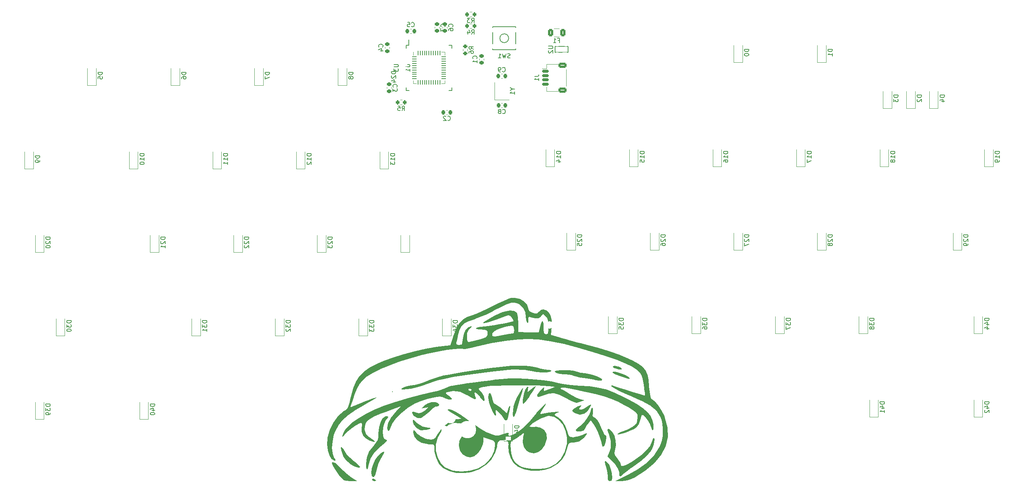
<source format=gbo>
G04 #@! TF.GenerationSoftware,KiCad,Pcbnew,(6.0.4)*
G04 #@! TF.CreationDate,2022-08-25T09:41:07-05:00*
G04 #@! TF.ProjectId,Grouch,47726f75-6368-42e6-9b69-6361645f7063,rev?*
G04 #@! TF.SameCoordinates,Original*
G04 #@! TF.FileFunction,Legend,Bot*
G04 #@! TF.FilePolarity,Positive*
%FSLAX46Y46*%
G04 Gerber Fmt 4.6, Leading zero omitted, Abs format (unit mm)*
G04 Created by KiCad (PCBNEW (6.0.4)) date 2022-08-25 09:41:07*
%MOMM*%
%LPD*%
G01*
G04 APERTURE LIST*
G04 Aperture macros list*
%AMRoundRect*
0 Rectangle with rounded corners*
0 $1 Rounding radius*
0 $2 $3 $4 $5 $6 $7 $8 $9 X,Y pos of 4 corners*
0 Add a 4 corners polygon primitive as box body*
4,1,4,$2,$3,$4,$5,$6,$7,$8,$9,$2,$3,0*
0 Add four circle primitives for the rounded corners*
1,1,$1+$1,$2,$3*
1,1,$1+$1,$4,$5*
1,1,$1+$1,$6,$7*
1,1,$1+$1,$8,$9*
0 Add four rect primitives between the rounded corners*
20,1,$1+$1,$2,$3,$4,$5,0*
20,1,$1+$1,$4,$5,$6,$7,0*
20,1,$1+$1,$6,$7,$8,$9,0*
20,1,$1+$1,$8,$9,$2,$3,0*%
G04 Aperture macros list end*
%ADD10C,0.150000*%
%ADD11C,0.120000*%
%ADD12C,3.987800*%
%ADD13C,1.750000*%
%ADD14C,2.250000*%
%ADD15C,3.048000*%
%ADD16RoundRect,0.062500X-0.062500X0.475000X-0.062500X-0.475000X0.062500X-0.475000X0.062500X0.475000X0*%
%ADD17RoundRect,0.062500X-0.475000X0.062500X-0.475000X-0.062500X0.475000X-0.062500X0.475000X0.062500X0*%
%ADD18R,5.200000X5.200000*%
%ADD19RoundRect,0.200000X-0.200000X-0.275000X0.200000X-0.275000X0.200000X0.275000X-0.200000X0.275000X0*%
%ADD20RoundRect,0.200000X0.275000X-0.200000X0.275000X0.200000X-0.275000X0.200000X-0.275000X-0.200000X0*%
%ADD21R,1.800000X1.100000*%
%ADD22RoundRect,0.225000X-0.225000X-0.250000X0.225000X-0.250000X0.225000X0.250000X-0.225000X0.250000X0*%
%ADD23RoundRect,0.225000X0.225000X0.250000X-0.225000X0.250000X-0.225000X-0.250000X0.225000X-0.250000X0*%
%ADD24RoundRect,0.225000X0.250000X-0.225000X0.250000X0.225000X-0.250000X0.225000X-0.250000X-0.225000X0*%
%ADD25RoundRect,0.225000X-0.250000X0.225000X-0.250000X-0.225000X0.250000X-0.225000X0.250000X0.225000X0*%
%ADD26R,1.200000X1.400000*%
%ADD27R,1.200000X0.900000*%
%ADD28R,1.000000X0.700000*%
%ADD29R,0.600000X0.700000*%
%ADD30R,0.550000X1.500000*%
%ADD31R,1.500000X0.550000*%
%ADD32RoundRect,0.250000X-0.375000X-0.625000X0.375000X-0.625000X0.375000X0.625000X-0.375000X0.625000X0*%
%ADD33RoundRect,0.150000X-0.625000X0.150000X-0.625000X-0.150000X0.625000X-0.150000X0.625000X0.150000X0*%
%ADD34RoundRect,0.250000X-0.650000X0.350000X-0.650000X-0.350000X0.650000X-0.350000X0.650000X0.350000X0*%
G04 APERTURE END LIST*
D10*
X128729380Y-31003095D02*
X129538904Y-31003095D01*
X129634142Y-31050714D01*
X129681761Y-31098333D01*
X129729380Y-31193571D01*
X129729380Y-31384047D01*
X129681761Y-31479285D01*
X129634142Y-31526904D01*
X129538904Y-31574523D01*
X128729380Y-31574523D01*
X129729380Y-32574523D02*
X129729380Y-32003095D01*
X129729380Y-32288809D02*
X128729380Y-32288809D01*
X128872238Y-32193571D01*
X128967476Y-32098333D01*
X129015095Y-32003095D01*
X127928666Y-41506380D02*
X128262000Y-41030190D01*
X128500095Y-41506380D02*
X128500095Y-40506380D01*
X128119142Y-40506380D01*
X128023904Y-40554000D01*
X127976285Y-40601619D01*
X127928666Y-40696857D01*
X127928666Y-40839714D01*
X127976285Y-40934952D01*
X128023904Y-40982571D01*
X128119142Y-41030190D01*
X128500095Y-41030190D01*
X127023904Y-40506380D02*
X127500095Y-40506380D01*
X127547714Y-40982571D01*
X127500095Y-40934952D01*
X127404857Y-40887333D01*
X127166761Y-40887333D01*
X127071523Y-40934952D01*
X127023904Y-40982571D01*
X126976285Y-41077809D01*
X126976285Y-41315904D01*
X127023904Y-41411142D01*
X127071523Y-41458761D01*
X127166761Y-41506380D01*
X127404857Y-41506380D01*
X127500095Y-41458761D01*
X127547714Y-41411142D01*
X144249380Y-27519333D02*
X143773190Y-27186000D01*
X144249380Y-26947904D02*
X143249380Y-26947904D01*
X143249380Y-27328857D01*
X143297000Y-27424095D01*
X143344619Y-27471714D01*
X143439857Y-27519333D01*
X143582714Y-27519333D01*
X143677952Y-27471714D01*
X143725571Y-27424095D01*
X143773190Y-27328857D01*
X143773190Y-26947904D01*
X143249380Y-28376476D02*
X143249380Y-28186000D01*
X143297000Y-28090761D01*
X143344619Y-28043142D01*
X143487476Y-27947904D01*
X143677952Y-27900285D01*
X144058904Y-27900285D01*
X144154142Y-27947904D01*
X144201761Y-27995523D01*
X144249380Y-28090761D01*
X144249380Y-28281238D01*
X144201761Y-28376476D01*
X144154142Y-28424095D01*
X144058904Y-28471714D01*
X143820809Y-28471714D01*
X143725571Y-28424095D01*
X143677952Y-28376476D01*
X143630333Y-28281238D01*
X143630333Y-28090761D01*
X143677952Y-27995523D01*
X143725571Y-27947904D01*
X143820809Y-27900285D01*
X152590333Y-29487761D02*
X152447476Y-29535380D01*
X152209380Y-29535380D01*
X152114142Y-29487761D01*
X152066523Y-29440142D01*
X152018904Y-29344904D01*
X152018904Y-29249666D01*
X152066523Y-29154428D01*
X152114142Y-29106809D01*
X152209380Y-29059190D01*
X152399857Y-29011571D01*
X152495095Y-28963952D01*
X152542714Y-28916333D01*
X152590333Y-28821095D01*
X152590333Y-28725857D01*
X152542714Y-28630619D01*
X152495095Y-28583000D01*
X152399857Y-28535380D01*
X152161761Y-28535380D01*
X152018904Y-28583000D01*
X151685571Y-28535380D02*
X151447476Y-29535380D01*
X151257000Y-28821095D01*
X151066523Y-29535380D01*
X150828428Y-28535380D01*
X149923666Y-29535380D02*
X150495095Y-29535380D01*
X150209380Y-29535380D02*
X150209380Y-28535380D01*
X150304619Y-28678238D01*
X150399857Y-28773476D01*
X150495095Y-28821095D01*
X150890266Y-42147742D02*
X150937885Y-42195361D01*
X151080742Y-42242980D01*
X151175980Y-42242980D01*
X151318838Y-42195361D01*
X151414076Y-42100123D01*
X151461695Y-42004885D01*
X151509314Y-41814409D01*
X151509314Y-41671552D01*
X151461695Y-41481076D01*
X151414076Y-41385838D01*
X151318838Y-41290600D01*
X151175980Y-41242980D01*
X151080742Y-41242980D01*
X150937885Y-41290600D01*
X150890266Y-41338219D01*
X150318838Y-41671552D02*
X150414076Y-41623933D01*
X150461695Y-41576314D01*
X150509314Y-41481076D01*
X150509314Y-41433457D01*
X150461695Y-41338219D01*
X150414076Y-41290600D01*
X150318838Y-41242980D01*
X150128361Y-41242980D01*
X150033123Y-41290600D01*
X149985504Y-41338219D01*
X149937885Y-41433457D01*
X149937885Y-41481076D01*
X149985504Y-41576314D01*
X150033123Y-41623933D01*
X150128361Y-41671552D01*
X150318838Y-41671552D01*
X150414076Y-41719171D01*
X150461695Y-41766790D01*
X150509314Y-41862028D01*
X150509314Y-42052504D01*
X150461695Y-42147742D01*
X150414076Y-42195361D01*
X150318838Y-42242980D01*
X150128361Y-42242980D01*
X150033123Y-42195361D01*
X149985504Y-42147742D01*
X149937885Y-42052504D01*
X149937885Y-41862028D01*
X149985504Y-41766790D01*
X150033123Y-41719171D01*
X150128361Y-41671552D01*
X130113066Y-22320542D02*
X130160685Y-22368161D01*
X130303542Y-22415780D01*
X130398780Y-22415780D01*
X130541638Y-22368161D01*
X130636876Y-22272923D01*
X130684495Y-22177685D01*
X130732114Y-21987209D01*
X130732114Y-21844352D01*
X130684495Y-21653876D01*
X130636876Y-21558638D01*
X130541638Y-21463400D01*
X130398780Y-21415780D01*
X130303542Y-21415780D01*
X130160685Y-21463400D01*
X130113066Y-21511019D01*
X129208304Y-21415780D02*
X129684495Y-21415780D01*
X129732114Y-21891971D01*
X129684495Y-21844352D01*
X129589257Y-21796733D01*
X129351161Y-21796733D01*
X129255923Y-21844352D01*
X129208304Y-21891971D01*
X129160685Y-21987209D01*
X129160685Y-22225304D01*
X129208304Y-22320542D01*
X129255923Y-22368161D01*
X129351161Y-22415780D01*
X129589257Y-22415780D01*
X129684495Y-22368161D01*
X129732114Y-22320542D01*
X137702542Y-22388533D02*
X137750161Y-22340914D01*
X137797780Y-22198057D01*
X137797780Y-22102819D01*
X137750161Y-21959961D01*
X137654923Y-21864723D01*
X137559685Y-21817104D01*
X137369209Y-21769485D01*
X137226352Y-21769485D01*
X137035876Y-21817104D01*
X136940638Y-21864723D01*
X136845400Y-21959961D01*
X136797780Y-22102819D01*
X136797780Y-22198057D01*
X136845400Y-22340914D01*
X136893019Y-22388533D01*
X136797780Y-22721866D02*
X136797780Y-23388533D01*
X137797780Y-22959961D01*
X123514142Y-27011333D02*
X123561761Y-26963714D01*
X123609380Y-26820857D01*
X123609380Y-26725619D01*
X123561761Y-26582761D01*
X123466523Y-26487523D01*
X123371285Y-26439904D01*
X123180809Y-26392285D01*
X123037952Y-26392285D01*
X122847476Y-26439904D01*
X122752238Y-26487523D01*
X122657000Y-26582761D01*
X122609380Y-26725619D01*
X122609380Y-26820857D01*
X122657000Y-26963714D01*
X122704619Y-27011333D01*
X122942714Y-27868476D02*
X123609380Y-27868476D01*
X122561761Y-27630380D02*
X123276047Y-27392285D01*
X123276047Y-28011333D01*
X150864866Y-32582142D02*
X150912485Y-32629761D01*
X151055342Y-32677380D01*
X151150580Y-32677380D01*
X151293438Y-32629761D01*
X151388676Y-32534523D01*
X151436295Y-32439285D01*
X151483914Y-32248809D01*
X151483914Y-32105952D01*
X151436295Y-31915476D01*
X151388676Y-31820238D01*
X151293438Y-31725000D01*
X151150580Y-31677380D01*
X151055342Y-31677380D01*
X150912485Y-31725000D01*
X150864866Y-31772619D01*
X150388676Y-32677380D02*
X150198200Y-32677380D01*
X150102961Y-32629761D01*
X150055342Y-32582142D01*
X149960104Y-32439285D01*
X149912485Y-32248809D01*
X149912485Y-31867857D01*
X149960104Y-31772619D01*
X150007723Y-31725000D01*
X150102961Y-31677380D01*
X150293438Y-31677380D01*
X150388676Y-31725000D01*
X150436295Y-31772619D01*
X150483914Y-31867857D01*
X150483914Y-32105952D01*
X150436295Y-32201190D01*
X150388676Y-32248809D01*
X150293438Y-32296428D01*
X150102961Y-32296428D01*
X150007723Y-32248809D01*
X149960104Y-32201190D01*
X149912485Y-32105952D01*
X139480542Y-22388533D02*
X139528161Y-22340914D01*
X139575780Y-22198057D01*
X139575780Y-22102819D01*
X139528161Y-21959961D01*
X139432923Y-21864723D01*
X139337685Y-21817104D01*
X139147209Y-21769485D01*
X139004352Y-21769485D01*
X138813876Y-21817104D01*
X138718638Y-21864723D01*
X138623400Y-21959961D01*
X138575780Y-22102819D01*
X138575780Y-22198057D01*
X138623400Y-22340914D01*
X138671019Y-22388533D01*
X138575780Y-23245676D02*
X138575780Y-23055200D01*
X138623400Y-22959961D01*
X138671019Y-22912342D01*
X138813876Y-22817104D01*
X139004352Y-22769485D01*
X139385304Y-22769485D01*
X139480542Y-22817104D01*
X139528161Y-22864723D01*
X139575780Y-22959961D01*
X139575780Y-23150438D01*
X139528161Y-23245676D01*
X139480542Y-23293295D01*
X139385304Y-23340914D01*
X139147209Y-23340914D01*
X139051971Y-23293295D01*
X139004352Y-23245676D01*
X138956733Y-23150438D01*
X138956733Y-22959961D01*
X139004352Y-22864723D01*
X139051971Y-22817104D01*
X139147209Y-22769485D01*
X138342666Y-43697142D02*
X138390285Y-43744761D01*
X138533142Y-43792380D01*
X138628380Y-43792380D01*
X138771238Y-43744761D01*
X138866476Y-43649523D01*
X138914095Y-43554285D01*
X138961714Y-43363809D01*
X138961714Y-43220952D01*
X138914095Y-43030476D01*
X138866476Y-42935238D01*
X138771238Y-42840000D01*
X138628380Y-42792380D01*
X138533142Y-42792380D01*
X138390285Y-42840000D01*
X138342666Y-42887619D01*
X137961714Y-42887619D02*
X137914095Y-42840000D01*
X137818857Y-42792380D01*
X137580761Y-42792380D01*
X137485523Y-42840000D01*
X137437904Y-42887619D01*
X137390285Y-42982857D01*
X137390285Y-43078095D01*
X137437904Y-43220952D01*
X138009333Y-43792380D01*
X137390285Y-43792380D01*
X126755142Y-36155333D02*
X126802761Y-36107714D01*
X126850380Y-35964857D01*
X126850380Y-35869619D01*
X126802761Y-35726761D01*
X126707523Y-35631523D01*
X126612285Y-35583904D01*
X126421809Y-35536285D01*
X126278952Y-35536285D01*
X126088476Y-35583904D01*
X125993238Y-35631523D01*
X125898000Y-35726761D01*
X125850380Y-35869619D01*
X125850380Y-35964857D01*
X125898000Y-36107714D01*
X125945619Y-36155333D01*
X125850380Y-36488666D02*
X125850380Y-37107714D01*
X126231333Y-36774380D01*
X126231333Y-36917238D01*
X126278952Y-37012476D01*
X126326571Y-37060095D01*
X126421809Y-37107714D01*
X126659904Y-37107714D01*
X126755142Y-37060095D01*
X126802761Y-37012476D01*
X126850380Y-36917238D01*
X126850380Y-36631523D01*
X126802761Y-36536285D01*
X126755142Y-36488666D01*
X144977142Y-29678333D02*
X145024761Y-29630714D01*
X145072380Y-29487857D01*
X145072380Y-29392619D01*
X145024761Y-29249761D01*
X144929523Y-29154523D01*
X144834285Y-29106904D01*
X144643809Y-29059285D01*
X144500952Y-29059285D01*
X144310476Y-29106904D01*
X144215238Y-29154523D01*
X144120000Y-29249761D01*
X144072380Y-29392619D01*
X144072380Y-29487857D01*
X144120000Y-29630714D01*
X144167619Y-29678333D01*
X145072380Y-30630714D02*
X145072380Y-30059285D01*
X145072380Y-30345000D02*
X144072380Y-30345000D01*
X144215238Y-30249761D01*
X144310476Y-30154523D01*
X144358095Y-30059285D01*
X153124390Y-36607809D02*
X153600580Y-36607809D01*
X152600580Y-36274476D02*
X153124390Y-36607809D01*
X152600580Y-36941142D01*
X153600580Y-37798285D02*
X153600580Y-37226857D01*
X153600580Y-37512571D02*
X152600580Y-37512571D01*
X152743438Y-37417333D01*
X152838676Y-37322095D01*
X152886295Y-37226857D01*
X71540380Y-108513714D02*
X70540380Y-108513714D01*
X70540380Y-108751809D01*
X70588000Y-108894666D01*
X70683238Y-108989904D01*
X70778476Y-109037523D01*
X70968952Y-109085142D01*
X71111809Y-109085142D01*
X71302285Y-109037523D01*
X71397523Y-108989904D01*
X71492761Y-108894666D01*
X71540380Y-108751809D01*
X71540380Y-108513714D01*
X70873714Y-109942285D02*
X71540380Y-109942285D01*
X70492761Y-109704190D02*
X71207047Y-109466095D01*
X71207047Y-110085142D01*
X70540380Y-110656571D02*
X70540380Y-110751809D01*
X70588000Y-110847047D01*
X70635619Y-110894666D01*
X70730857Y-110942285D01*
X70921333Y-110989904D01*
X71159428Y-110989904D01*
X71349904Y-110942285D01*
X71445142Y-110894666D01*
X71492761Y-110847047D01*
X71540380Y-110751809D01*
X71540380Y-110656571D01*
X71492761Y-110561333D01*
X71445142Y-110513714D01*
X71349904Y-110466095D01*
X71159428Y-110418476D01*
X70921333Y-110418476D01*
X70730857Y-110466095D01*
X70635619Y-110513714D01*
X70588000Y-110561333D01*
X70540380Y-110656571D01*
X112021630Y-70413714D02*
X111021630Y-70413714D01*
X111021630Y-70651809D01*
X111069250Y-70794666D01*
X111164488Y-70889904D01*
X111259726Y-70937523D01*
X111450202Y-70985142D01*
X111593059Y-70985142D01*
X111783535Y-70937523D01*
X111878773Y-70889904D01*
X111974011Y-70794666D01*
X112021630Y-70651809D01*
X112021630Y-70413714D01*
X111116869Y-71366095D02*
X111069250Y-71413714D01*
X111021630Y-71508952D01*
X111021630Y-71747047D01*
X111069250Y-71842285D01*
X111116869Y-71889904D01*
X111212107Y-71937523D01*
X111307345Y-71937523D01*
X111450202Y-71889904D01*
X112021630Y-71318476D01*
X112021630Y-71937523D01*
X111021630Y-72270857D02*
X111021630Y-72889904D01*
X111402583Y-72556571D01*
X111402583Y-72699428D01*
X111450202Y-72794666D01*
X111497821Y-72842285D01*
X111593059Y-72889904D01*
X111831154Y-72889904D01*
X111926392Y-72842285D01*
X111974011Y-72794666D01*
X112021630Y-72699428D01*
X112021630Y-72413714D01*
X111974011Y-72318476D01*
X111926392Y-72270857D01*
X161340380Y-26797095D02*
X162149904Y-26797095D01*
X162245142Y-26844714D01*
X162292761Y-26892333D01*
X162340380Y-26987571D01*
X162340380Y-27178047D01*
X162292761Y-27273285D01*
X162245142Y-27320904D01*
X162149904Y-27368523D01*
X161340380Y-27368523D01*
X161435619Y-27797095D02*
X161388000Y-27844714D01*
X161340380Y-27939952D01*
X161340380Y-28178047D01*
X161388000Y-28273285D01*
X161435619Y-28320904D01*
X161530857Y-28368523D01*
X161626095Y-28368523D01*
X161768952Y-28320904D01*
X162340380Y-27749476D01*
X162340380Y-28368523D01*
X140596630Y-89463714D02*
X139596630Y-89463714D01*
X139596630Y-89701809D01*
X139644250Y-89844666D01*
X139739488Y-89939904D01*
X139834726Y-89987523D01*
X140025202Y-90035142D01*
X140168059Y-90035142D01*
X140358535Y-89987523D01*
X140453773Y-89939904D01*
X140549011Y-89844666D01*
X140596630Y-89701809D01*
X140596630Y-89463714D01*
X139596630Y-90368476D02*
X139596630Y-90987523D01*
X139977583Y-90654190D01*
X139977583Y-90797047D01*
X140025202Y-90892285D01*
X140072821Y-90939904D01*
X140168059Y-90987523D01*
X140406154Y-90987523D01*
X140501392Y-90939904D01*
X140549011Y-90892285D01*
X140596630Y-90797047D01*
X140596630Y-90511333D01*
X140549011Y-90416095D01*
X140501392Y-90368476D01*
X139929964Y-91844666D02*
X140596630Y-91844666D01*
X139549011Y-91606571D02*
X140263297Y-91368476D01*
X140263297Y-91987523D01*
X221305130Y-50855714D02*
X220305130Y-50855714D01*
X220305130Y-51093809D01*
X220352750Y-51236666D01*
X220447988Y-51331904D01*
X220543226Y-51379523D01*
X220733702Y-51427142D01*
X220876559Y-51427142D01*
X221067035Y-51379523D01*
X221162273Y-51331904D01*
X221257511Y-51236666D01*
X221305130Y-51093809D01*
X221305130Y-50855714D01*
X221305130Y-52379523D02*
X221305130Y-51808095D01*
X221305130Y-52093809D02*
X220305130Y-52093809D01*
X220447988Y-51998571D01*
X220543226Y-51903333D01*
X220590845Y-51808095D01*
X220305130Y-52712857D02*
X220305130Y-53379523D01*
X221305130Y-52950952D01*
X261786380Y-88955714D02*
X260786380Y-88955714D01*
X260786380Y-89193809D01*
X260834000Y-89336666D01*
X260929238Y-89431904D01*
X261024476Y-89479523D01*
X261214952Y-89527142D01*
X261357809Y-89527142D01*
X261548285Y-89479523D01*
X261643523Y-89431904D01*
X261738761Y-89336666D01*
X261786380Y-89193809D01*
X261786380Y-88955714D01*
X261119714Y-90384285D02*
X261786380Y-90384285D01*
X260738761Y-90146190D02*
X261453047Y-89908095D01*
X261453047Y-90527142D01*
X261119714Y-91336666D02*
X261786380Y-91336666D01*
X260738761Y-91098571D02*
X261453047Y-90860476D01*
X261453047Y-91479523D01*
X240355130Y-50855714D02*
X239355130Y-50855714D01*
X239355130Y-51093809D01*
X239402750Y-51236666D01*
X239497988Y-51331904D01*
X239593226Y-51379523D01*
X239783702Y-51427142D01*
X239926559Y-51427142D01*
X240117035Y-51379523D01*
X240212273Y-51331904D01*
X240307511Y-51236666D01*
X240355130Y-51093809D01*
X240355130Y-50855714D01*
X240355130Y-52379523D02*
X240355130Y-51808095D01*
X240355130Y-52093809D02*
X239355130Y-52093809D01*
X239497988Y-51998571D01*
X239593226Y-51903333D01*
X239640845Y-51808095D01*
X239783702Y-52950952D02*
X239736083Y-52855714D01*
X239688464Y-52808095D01*
X239593226Y-52760476D01*
X239545607Y-52760476D01*
X239450369Y-52808095D01*
X239402750Y-52855714D01*
X239355130Y-52950952D01*
X239355130Y-53141428D01*
X239402750Y-53236666D01*
X239450369Y-53284285D01*
X239545607Y-53331904D01*
X239593226Y-53331904D01*
X239688464Y-53284285D01*
X239736083Y-53236666D01*
X239783702Y-53141428D01*
X239783702Y-52950952D01*
X239831321Y-52855714D01*
X239878940Y-52808095D01*
X239974178Y-52760476D01*
X240164654Y-52760476D01*
X240259892Y-52808095D01*
X240307511Y-52855714D01*
X240355130Y-52950952D01*
X240355130Y-53141428D01*
X240307511Y-53236666D01*
X240259892Y-53284285D01*
X240164654Y-53331904D01*
X239974178Y-53331904D01*
X239878940Y-53284285D01*
X239831321Y-53236666D01*
X239783702Y-53141428D01*
X183205130Y-50855714D02*
X182205130Y-50855714D01*
X182205130Y-51093809D01*
X182252750Y-51236666D01*
X182347988Y-51331904D01*
X182443226Y-51379523D01*
X182633702Y-51427142D01*
X182776559Y-51427142D01*
X182967035Y-51379523D01*
X183062273Y-51331904D01*
X183157511Y-51236666D01*
X183205130Y-51093809D01*
X183205130Y-50855714D01*
X183205130Y-52379523D02*
X183205130Y-51808095D01*
X183205130Y-52093809D02*
X182205130Y-52093809D01*
X182347988Y-51998571D01*
X182443226Y-51903333D01*
X182490845Y-51808095D01*
X182205130Y-53284285D02*
X182205130Y-52808095D01*
X182681321Y-52760476D01*
X182633702Y-52808095D01*
X182586083Y-52903333D01*
X182586083Y-53141428D01*
X182633702Y-53236666D01*
X182681321Y-53284285D01*
X182776559Y-53331904D01*
X183014654Y-53331904D01*
X183109892Y-53284285D01*
X183157511Y-53236666D01*
X183205130Y-53141428D01*
X183205130Y-52903333D01*
X183157511Y-52808095D01*
X183109892Y-52760476D01*
X126099380Y-31003095D02*
X126908904Y-31003095D01*
X127004142Y-31050714D01*
X127051761Y-31098333D01*
X127099380Y-31193571D01*
X127099380Y-31384047D01*
X127051761Y-31479285D01*
X127004142Y-31526904D01*
X126908904Y-31574523D01*
X126099380Y-31574523D01*
X126099380Y-31955476D02*
X126099380Y-32574523D01*
X126480333Y-32241190D01*
X126480333Y-32384047D01*
X126527952Y-32479285D01*
X126575571Y-32526904D01*
X126670809Y-32574523D01*
X126908904Y-32574523D01*
X127004142Y-32526904D01*
X127051761Y-32479285D01*
X127099380Y-32384047D01*
X127099380Y-32098333D01*
X127051761Y-32003095D01*
X127004142Y-31955476D01*
X143803666Y-24107380D02*
X144137000Y-23631190D01*
X144375095Y-24107380D02*
X144375095Y-23107380D01*
X143994142Y-23107380D01*
X143898904Y-23155000D01*
X143851285Y-23202619D01*
X143803666Y-23297857D01*
X143803666Y-23440714D01*
X143851285Y-23535952D01*
X143898904Y-23583571D01*
X143994142Y-23631190D01*
X144375095Y-23631190D01*
X142946523Y-23440714D02*
X142946523Y-24107380D01*
X143184619Y-23059761D02*
X143422714Y-23774047D01*
X142803666Y-23774047D01*
X251626380Y-37996904D02*
X250626380Y-37996904D01*
X250626380Y-38235000D01*
X250674000Y-38377857D01*
X250769238Y-38473095D01*
X250864476Y-38520714D01*
X251054952Y-38568333D01*
X251197809Y-38568333D01*
X251388285Y-38520714D01*
X251483523Y-38473095D01*
X251578761Y-38377857D01*
X251626380Y-38235000D01*
X251626380Y-37996904D01*
X250959714Y-39425476D02*
X251626380Y-39425476D01*
X250578761Y-39187380D02*
X251293047Y-38949285D01*
X251293047Y-39568333D01*
X261786380Y-108005714D02*
X260786380Y-108005714D01*
X260786380Y-108243809D01*
X260834000Y-108386666D01*
X260929238Y-108481904D01*
X261024476Y-108529523D01*
X261214952Y-108577142D01*
X261357809Y-108577142D01*
X261548285Y-108529523D01*
X261643523Y-108481904D01*
X261738761Y-108386666D01*
X261786380Y-108243809D01*
X261786380Y-108005714D01*
X261119714Y-109434285D02*
X261786380Y-109434285D01*
X260738761Y-109196190D02*
X261453047Y-108958095D01*
X261453047Y-109577142D01*
X260881619Y-109910476D02*
X260834000Y-109958095D01*
X260786380Y-110053333D01*
X260786380Y-110291428D01*
X260834000Y-110386666D01*
X260881619Y-110434285D01*
X260976857Y-110481904D01*
X261072095Y-110481904D01*
X261214952Y-110434285D01*
X261786380Y-109862857D01*
X261786380Y-110481904D01*
X126527150Y-32595234D02*
X125527150Y-32595234D01*
X125527150Y-32833329D01*
X125574770Y-32976186D01*
X125670008Y-33071424D01*
X125765246Y-33119043D01*
X125955722Y-33166662D01*
X126098579Y-33166662D01*
X126289055Y-33119043D01*
X126384293Y-33071424D01*
X126479531Y-32976186D01*
X126527150Y-32833329D01*
X126527150Y-32595234D01*
X125622389Y-33547615D02*
X125574770Y-33595234D01*
X125527150Y-33690472D01*
X125527150Y-33928567D01*
X125574770Y-34023805D01*
X125622389Y-34071424D01*
X125717627Y-34119043D01*
X125812865Y-34119043D01*
X125955722Y-34071424D01*
X126527150Y-33499996D01*
X126527150Y-34119043D01*
X125860484Y-34976186D02*
X126527150Y-34976186D01*
X125479531Y-34738091D02*
X126193817Y-34499996D01*
X126193817Y-35119043D01*
X116784130Y-32789904D02*
X115784130Y-32789904D01*
X115784130Y-33028000D01*
X115831750Y-33170857D01*
X115926988Y-33266095D01*
X116022226Y-33313714D01*
X116212702Y-33361333D01*
X116355559Y-33361333D01*
X116546035Y-33313714D01*
X116641273Y-33266095D01*
X116736511Y-33170857D01*
X116784130Y-33028000D01*
X116784130Y-32789904D01*
X116212702Y-33932761D02*
X116165083Y-33837523D01*
X116117464Y-33789904D01*
X116022226Y-33742285D01*
X115974607Y-33742285D01*
X115879369Y-33789904D01*
X115831750Y-33837523D01*
X115784130Y-33932761D01*
X115784130Y-34123238D01*
X115831750Y-34218476D01*
X115879369Y-34266095D01*
X115974607Y-34313714D01*
X116022226Y-34313714D01*
X116117464Y-34266095D01*
X116165083Y-34218476D01*
X116212702Y-34123238D01*
X116212702Y-33932761D01*
X116260321Y-33837523D01*
X116307940Y-33789904D01*
X116403178Y-33742285D01*
X116593654Y-33742285D01*
X116688892Y-33789904D01*
X116736511Y-33837523D01*
X116784130Y-33932761D01*
X116784130Y-34123238D01*
X116736511Y-34218476D01*
X116688892Y-34266095D01*
X116593654Y-34313714D01*
X116403178Y-34313714D01*
X116307940Y-34266095D01*
X116260321Y-34218476D01*
X116212702Y-34123238D01*
X163528333Y-25497571D02*
X163861666Y-25497571D01*
X163861666Y-26021380D02*
X163861666Y-25021380D01*
X163385476Y-25021380D01*
X162480714Y-26021380D02*
X163052142Y-26021380D01*
X162766428Y-26021380D02*
X162766428Y-25021380D01*
X162861666Y-25164238D01*
X162956904Y-25259476D01*
X163052142Y-25307095D01*
X164155130Y-50855714D02*
X163155130Y-50855714D01*
X163155130Y-51093809D01*
X163202750Y-51236666D01*
X163297988Y-51331904D01*
X163393226Y-51379523D01*
X163583702Y-51427142D01*
X163726559Y-51427142D01*
X163917035Y-51379523D01*
X164012273Y-51331904D01*
X164107511Y-51236666D01*
X164155130Y-51093809D01*
X164155130Y-50855714D01*
X164155130Y-52379523D02*
X164155130Y-51808095D01*
X164155130Y-52093809D02*
X163155130Y-52093809D01*
X163297988Y-51998571D01*
X163393226Y-51903333D01*
X163440845Y-51808095D01*
X163488464Y-53236666D02*
X164155130Y-53236666D01*
X163107511Y-52998571D02*
X163821797Y-52760476D01*
X163821797Y-53379523D01*
X107259130Y-51363714D02*
X106259130Y-51363714D01*
X106259130Y-51601809D01*
X106306750Y-51744666D01*
X106401988Y-51839904D01*
X106497226Y-51887523D01*
X106687702Y-51935142D01*
X106830559Y-51935142D01*
X107021035Y-51887523D01*
X107116273Y-51839904D01*
X107211511Y-51744666D01*
X107259130Y-51601809D01*
X107259130Y-51363714D01*
X107259130Y-52887523D02*
X107259130Y-52316095D01*
X107259130Y-52601809D02*
X106259130Y-52601809D01*
X106401988Y-52506571D01*
X106497226Y-52411333D01*
X106544845Y-52316095D01*
X106354369Y-53268476D02*
X106306750Y-53316095D01*
X106259130Y-53411333D01*
X106259130Y-53649428D01*
X106306750Y-53744666D01*
X106354369Y-53792285D01*
X106449607Y-53839904D01*
X106544845Y-53839904D01*
X106687702Y-53792285D01*
X107259130Y-53220857D01*
X107259130Y-53839904D01*
X73921630Y-70413714D02*
X72921630Y-70413714D01*
X72921630Y-70651809D01*
X72969250Y-70794666D01*
X73064488Y-70889904D01*
X73159726Y-70937523D01*
X73350202Y-70985142D01*
X73493059Y-70985142D01*
X73683535Y-70937523D01*
X73778773Y-70889904D01*
X73874011Y-70794666D01*
X73921630Y-70651809D01*
X73921630Y-70413714D01*
X73016869Y-71366095D02*
X72969250Y-71413714D01*
X72921630Y-71508952D01*
X72921630Y-71747047D01*
X72969250Y-71842285D01*
X73016869Y-71889904D01*
X73112107Y-71937523D01*
X73207345Y-71937523D01*
X73350202Y-71889904D01*
X73921630Y-71318476D01*
X73921630Y-71937523D01*
X73921630Y-72889904D02*
X73921630Y-72318476D01*
X73921630Y-72604190D02*
X72921630Y-72604190D01*
X73064488Y-72508952D01*
X73159726Y-72413714D01*
X73207345Y-72318476D01*
X83446630Y-89463714D02*
X82446630Y-89463714D01*
X82446630Y-89701809D01*
X82494250Y-89844666D01*
X82589488Y-89939904D01*
X82684726Y-89987523D01*
X82875202Y-90035142D01*
X83018059Y-90035142D01*
X83208535Y-89987523D01*
X83303773Y-89939904D01*
X83399011Y-89844666D01*
X83446630Y-89701809D01*
X83446630Y-89463714D01*
X82446630Y-90368476D02*
X82446630Y-90987523D01*
X82827583Y-90654190D01*
X82827583Y-90797047D01*
X82875202Y-90892285D01*
X82922821Y-90939904D01*
X83018059Y-90987523D01*
X83256154Y-90987523D01*
X83351392Y-90939904D01*
X83399011Y-90892285D01*
X83446630Y-90797047D01*
X83446630Y-90511333D01*
X83399011Y-90416095D01*
X83351392Y-90368476D01*
X83446630Y-91939904D02*
X83446630Y-91368476D01*
X83446630Y-91654190D02*
X82446630Y-91654190D01*
X82589488Y-91558952D01*
X82684726Y-91463714D01*
X82732345Y-91368476D01*
X88209130Y-51363714D02*
X87209130Y-51363714D01*
X87209130Y-51601809D01*
X87256750Y-51744666D01*
X87351988Y-51839904D01*
X87447226Y-51887523D01*
X87637702Y-51935142D01*
X87780559Y-51935142D01*
X87971035Y-51887523D01*
X88066273Y-51839904D01*
X88161511Y-51744666D01*
X88209130Y-51601809D01*
X88209130Y-51363714D01*
X88209130Y-52887523D02*
X88209130Y-52316095D01*
X88209130Y-52601809D02*
X87209130Y-52601809D01*
X87351988Y-52506571D01*
X87447226Y-52411333D01*
X87494845Y-52316095D01*
X88209130Y-53839904D02*
X88209130Y-53268476D01*
X88209130Y-53554190D02*
X87209130Y-53554190D01*
X87351988Y-53458952D01*
X87447226Y-53363714D01*
X87494845Y-53268476D01*
X264167630Y-50855714D02*
X263167630Y-50855714D01*
X263167630Y-51093809D01*
X263215250Y-51236666D01*
X263310488Y-51331904D01*
X263405726Y-51379523D01*
X263596202Y-51427142D01*
X263739059Y-51427142D01*
X263929535Y-51379523D01*
X264024773Y-51331904D01*
X264120011Y-51236666D01*
X264167630Y-51093809D01*
X264167630Y-50855714D01*
X264167630Y-52379523D02*
X264167630Y-51808095D01*
X264167630Y-52093809D02*
X263167630Y-52093809D01*
X263310488Y-51998571D01*
X263405726Y-51903333D01*
X263453345Y-51808095D01*
X264167630Y-52855714D02*
X264167630Y-53046190D01*
X264120011Y-53141428D01*
X264072392Y-53189047D01*
X263929535Y-53284285D01*
X263739059Y-53331904D01*
X263358107Y-53331904D01*
X263262869Y-53284285D01*
X263215250Y-53236666D01*
X263167630Y-53141428D01*
X263167630Y-52950952D01*
X263215250Y-52855714D01*
X263262869Y-52808095D01*
X263358107Y-52760476D01*
X263596202Y-52760476D01*
X263691440Y-52808095D01*
X263739059Y-52855714D01*
X263786678Y-52950952D01*
X263786678Y-53141428D01*
X263739059Y-53236666D01*
X263691440Y-53284285D01*
X263596202Y-53331904D01*
X78684130Y-32789904D02*
X77684130Y-32789904D01*
X77684130Y-33028000D01*
X77731750Y-33170857D01*
X77826988Y-33266095D01*
X77922226Y-33313714D01*
X78112702Y-33361333D01*
X78255559Y-33361333D01*
X78446035Y-33313714D01*
X78541273Y-33266095D01*
X78636511Y-33170857D01*
X78684130Y-33028000D01*
X78684130Y-32789904D01*
X77684130Y-34218476D02*
X77684130Y-34028000D01*
X77731750Y-33932761D01*
X77779369Y-33885142D01*
X77922226Y-33789904D01*
X78112702Y-33742285D01*
X78493654Y-33742285D01*
X78588892Y-33789904D01*
X78636511Y-33837523D01*
X78684130Y-33932761D01*
X78684130Y-34123238D01*
X78636511Y-34218476D01*
X78588892Y-34266095D01*
X78493654Y-34313714D01*
X78255559Y-34313714D01*
X78160321Y-34266095D01*
X78112702Y-34218476D01*
X78065083Y-34123238D01*
X78065083Y-33932761D01*
X78112702Y-33837523D01*
X78160321Y-33789904D01*
X78255559Y-33742285D01*
X59634130Y-32789904D02*
X58634130Y-32789904D01*
X58634130Y-33028000D01*
X58681750Y-33170857D01*
X58776988Y-33266095D01*
X58872226Y-33313714D01*
X59062702Y-33361333D01*
X59205559Y-33361333D01*
X59396035Y-33313714D01*
X59491273Y-33266095D01*
X59586511Y-33170857D01*
X59634130Y-33028000D01*
X59634130Y-32789904D01*
X58634130Y-34266095D02*
X58634130Y-33789904D01*
X59110321Y-33742285D01*
X59062702Y-33789904D01*
X59015083Y-33885142D01*
X59015083Y-34123238D01*
X59062702Y-34218476D01*
X59110321Y-34266095D01*
X59205559Y-34313714D01*
X59443654Y-34313714D01*
X59538892Y-34266095D01*
X59586511Y-34218476D01*
X59634130Y-34123238D01*
X59634130Y-33885142D01*
X59586511Y-33789904D01*
X59538892Y-33742285D01*
X226067630Y-27519404D02*
X225067630Y-27519404D01*
X225067630Y-27757500D01*
X225115250Y-27900357D01*
X225210488Y-27995595D01*
X225305726Y-28043214D01*
X225496202Y-28090833D01*
X225639059Y-28090833D01*
X225829535Y-28043214D01*
X225924773Y-27995595D01*
X226020011Y-27900357D01*
X226067630Y-27757500D01*
X226067630Y-27519404D01*
X226067630Y-29043214D02*
X226067630Y-28471785D01*
X226067630Y-28757500D02*
X225067630Y-28757500D01*
X225210488Y-28662261D01*
X225305726Y-28567023D01*
X225353345Y-28471785D01*
X226067630Y-69905714D02*
X225067630Y-69905714D01*
X225067630Y-70143809D01*
X225115250Y-70286666D01*
X225210488Y-70381904D01*
X225305726Y-70429523D01*
X225496202Y-70477142D01*
X225639059Y-70477142D01*
X225829535Y-70429523D01*
X225924773Y-70381904D01*
X226020011Y-70286666D01*
X226067630Y-70143809D01*
X226067630Y-69905714D01*
X225162869Y-70858095D02*
X225115250Y-70905714D01*
X225067630Y-71000952D01*
X225067630Y-71239047D01*
X225115250Y-71334285D01*
X225162869Y-71381904D01*
X225258107Y-71429523D01*
X225353345Y-71429523D01*
X225496202Y-71381904D01*
X226067630Y-70810476D01*
X226067630Y-71429523D01*
X225496202Y-72000952D02*
X225448583Y-71905714D01*
X225400964Y-71858095D01*
X225305726Y-71810476D01*
X225258107Y-71810476D01*
X225162869Y-71858095D01*
X225115250Y-71905714D01*
X225067630Y-72000952D01*
X225067630Y-72191428D01*
X225115250Y-72286666D01*
X225162869Y-72334285D01*
X225258107Y-72381904D01*
X225305726Y-72381904D01*
X225400964Y-72334285D01*
X225448583Y-72286666D01*
X225496202Y-72191428D01*
X225496202Y-72000952D01*
X225543821Y-71905714D01*
X225591440Y-71858095D01*
X225686678Y-71810476D01*
X225877154Y-71810476D01*
X225972392Y-71858095D01*
X226020011Y-71905714D01*
X226067630Y-72000952D01*
X226067630Y-72191428D01*
X226020011Y-72286666D01*
X225972392Y-72334285D01*
X225877154Y-72381904D01*
X225686678Y-72381904D01*
X225591440Y-72334285D01*
X225543821Y-72286666D01*
X225496202Y-72191428D01*
X47727880Y-108513714D02*
X46727880Y-108513714D01*
X46727880Y-108751809D01*
X46775500Y-108894666D01*
X46870738Y-108989904D01*
X46965976Y-109037523D01*
X47156452Y-109085142D01*
X47299309Y-109085142D01*
X47489785Y-109037523D01*
X47585023Y-108989904D01*
X47680261Y-108894666D01*
X47727880Y-108751809D01*
X47727880Y-108513714D01*
X46727880Y-109418476D02*
X46727880Y-110037523D01*
X47108833Y-109704190D01*
X47108833Y-109847047D01*
X47156452Y-109942285D01*
X47204071Y-109989904D01*
X47299309Y-110037523D01*
X47537404Y-110037523D01*
X47632642Y-109989904D01*
X47680261Y-109942285D01*
X47727880Y-109847047D01*
X47727880Y-109561333D01*
X47680261Y-109466095D01*
X47632642Y-109418476D01*
X47727880Y-110513714D02*
X47727880Y-110704190D01*
X47680261Y-110799428D01*
X47632642Y-110847047D01*
X47489785Y-110942285D01*
X47299309Y-110989904D01*
X46918357Y-110989904D01*
X46823119Y-110942285D01*
X46775500Y-110894666D01*
X46727880Y-110799428D01*
X46727880Y-110608952D01*
X46775500Y-110513714D01*
X46823119Y-110466095D01*
X46918357Y-110418476D01*
X47156452Y-110418476D01*
X47251690Y-110466095D01*
X47299309Y-110513714D01*
X47346928Y-110608952D01*
X47346928Y-110799428D01*
X47299309Y-110894666D01*
X47251690Y-110942285D01*
X47156452Y-110989904D01*
X168917630Y-69905714D02*
X167917630Y-69905714D01*
X167917630Y-70143809D01*
X167965250Y-70286666D01*
X168060488Y-70381904D01*
X168155726Y-70429523D01*
X168346202Y-70477142D01*
X168489059Y-70477142D01*
X168679535Y-70429523D01*
X168774773Y-70381904D01*
X168870011Y-70286666D01*
X168917630Y-70143809D01*
X168917630Y-69905714D01*
X168012869Y-70858095D02*
X167965250Y-70905714D01*
X167917630Y-71000952D01*
X167917630Y-71239047D01*
X167965250Y-71334285D01*
X168012869Y-71381904D01*
X168108107Y-71429523D01*
X168203345Y-71429523D01*
X168346202Y-71381904D01*
X168917630Y-70810476D01*
X168917630Y-71429523D01*
X167917630Y-72334285D02*
X167917630Y-71858095D01*
X168393821Y-71810476D01*
X168346202Y-71858095D01*
X168298583Y-71953333D01*
X168298583Y-72191428D01*
X168346202Y-72286666D01*
X168393821Y-72334285D01*
X168489059Y-72381904D01*
X168727154Y-72381904D01*
X168822392Y-72334285D01*
X168870011Y-72286666D01*
X168917630Y-72191428D01*
X168917630Y-71953333D01*
X168870011Y-71858095D01*
X168822392Y-71810476D01*
X158159380Y-33702666D02*
X158873666Y-33702666D01*
X159016523Y-33655047D01*
X159111761Y-33559809D01*
X159159380Y-33416952D01*
X159159380Y-33321714D01*
X159159380Y-34702666D02*
X159159380Y-34131238D01*
X159159380Y-34416952D02*
X158159380Y-34416952D01*
X158302238Y-34321714D01*
X158397476Y-34226476D01*
X158445095Y-34131238D01*
X69159130Y-51363714D02*
X68159130Y-51363714D01*
X68159130Y-51601809D01*
X68206750Y-51744666D01*
X68301988Y-51839904D01*
X68397226Y-51887523D01*
X68587702Y-51935142D01*
X68730559Y-51935142D01*
X68921035Y-51887523D01*
X69016273Y-51839904D01*
X69111511Y-51744666D01*
X69159130Y-51601809D01*
X69159130Y-51363714D01*
X69159130Y-52887523D02*
X69159130Y-52316095D01*
X69159130Y-52601809D02*
X68159130Y-52601809D01*
X68301988Y-52506571D01*
X68397226Y-52411333D01*
X68444845Y-52316095D01*
X68159130Y-53506571D02*
X68159130Y-53601809D01*
X68206750Y-53697047D01*
X68254369Y-53744666D01*
X68349607Y-53792285D01*
X68540083Y-53839904D01*
X68778178Y-53839904D01*
X68968654Y-53792285D01*
X69063892Y-53744666D01*
X69111511Y-53697047D01*
X69159130Y-53601809D01*
X69159130Y-53506571D01*
X69111511Y-53411333D01*
X69063892Y-53363714D01*
X68968654Y-53316095D01*
X68778178Y-53268476D01*
X68540083Y-53268476D01*
X68349607Y-53316095D01*
X68254369Y-53363714D01*
X68206750Y-53411333D01*
X68159130Y-53506571D01*
X97734130Y-32789904D02*
X96734130Y-32789904D01*
X96734130Y-33028000D01*
X96781750Y-33170857D01*
X96876988Y-33266095D01*
X96972226Y-33313714D01*
X97162702Y-33361333D01*
X97305559Y-33361333D01*
X97496035Y-33313714D01*
X97591273Y-33266095D01*
X97686511Y-33170857D01*
X97734130Y-33028000D01*
X97734130Y-32789904D01*
X96734130Y-33694666D02*
X96734130Y-34361333D01*
X97734130Y-33932761D01*
X178442630Y-88955714D02*
X177442630Y-88955714D01*
X177442630Y-89193809D01*
X177490250Y-89336666D01*
X177585488Y-89431904D01*
X177680726Y-89479523D01*
X177871202Y-89527142D01*
X178014059Y-89527142D01*
X178204535Y-89479523D01*
X178299773Y-89431904D01*
X178395011Y-89336666D01*
X178442630Y-89193809D01*
X178442630Y-88955714D01*
X177442630Y-89860476D02*
X177442630Y-90479523D01*
X177823583Y-90146190D01*
X177823583Y-90289047D01*
X177871202Y-90384285D01*
X177918821Y-90431904D01*
X178014059Y-90479523D01*
X178252154Y-90479523D01*
X178347392Y-90431904D01*
X178395011Y-90384285D01*
X178442630Y-90289047D01*
X178442630Y-90003333D01*
X178395011Y-89908095D01*
X178347392Y-89860476D01*
X177442630Y-91384285D02*
X177442630Y-90908095D01*
X177918821Y-90860476D01*
X177871202Y-90908095D01*
X177823583Y-91003333D01*
X177823583Y-91241428D01*
X177871202Y-91336666D01*
X177918821Y-91384285D01*
X178014059Y-91431904D01*
X178252154Y-91431904D01*
X178347392Y-91384285D01*
X178395011Y-91336666D01*
X178442630Y-91241428D01*
X178442630Y-91003333D01*
X178395011Y-90908095D01*
X178347392Y-90860476D01*
X47727880Y-70413714D02*
X46727880Y-70413714D01*
X46727880Y-70651809D01*
X46775500Y-70794666D01*
X46870738Y-70889904D01*
X46965976Y-70937523D01*
X47156452Y-70985142D01*
X47299309Y-70985142D01*
X47489785Y-70937523D01*
X47585023Y-70889904D01*
X47680261Y-70794666D01*
X47727880Y-70651809D01*
X47727880Y-70413714D01*
X46823119Y-71366095D02*
X46775500Y-71413714D01*
X46727880Y-71508952D01*
X46727880Y-71747047D01*
X46775500Y-71842285D01*
X46823119Y-71889904D01*
X46918357Y-71937523D01*
X47013595Y-71937523D01*
X47156452Y-71889904D01*
X47727880Y-71318476D01*
X47727880Y-71937523D01*
X46727880Y-72556571D02*
X46727880Y-72651809D01*
X46775500Y-72747047D01*
X46823119Y-72794666D01*
X46918357Y-72842285D01*
X47108833Y-72889904D01*
X47346928Y-72889904D01*
X47537404Y-72842285D01*
X47632642Y-72794666D01*
X47680261Y-72747047D01*
X47727880Y-72651809D01*
X47727880Y-72556571D01*
X47680261Y-72461333D01*
X47632642Y-72413714D01*
X47537404Y-72366095D01*
X47346928Y-72318476D01*
X47108833Y-72318476D01*
X46918357Y-72366095D01*
X46823119Y-72413714D01*
X46775500Y-72461333D01*
X46727880Y-72556571D01*
X197492630Y-88955714D02*
X196492630Y-88955714D01*
X196492630Y-89193809D01*
X196540250Y-89336666D01*
X196635488Y-89431904D01*
X196730726Y-89479523D01*
X196921202Y-89527142D01*
X197064059Y-89527142D01*
X197254535Y-89479523D01*
X197349773Y-89431904D01*
X197445011Y-89336666D01*
X197492630Y-89193809D01*
X197492630Y-88955714D01*
X196492630Y-89860476D02*
X196492630Y-90479523D01*
X196873583Y-90146190D01*
X196873583Y-90289047D01*
X196921202Y-90384285D01*
X196968821Y-90431904D01*
X197064059Y-90479523D01*
X197302154Y-90479523D01*
X197397392Y-90431904D01*
X197445011Y-90384285D01*
X197492630Y-90289047D01*
X197492630Y-90003333D01*
X197445011Y-89908095D01*
X197397392Y-89860476D01*
X196492630Y-91336666D02*
X196492630Y-91146190D01*
X196540250Y-91050952D01*
X196587869Y-91003333D01*
X196730726Y-90908095D01*
X196921202Y-90860476D01*
X197302154Y-90860476D01*
X197397392Y-90908095D01*
X197445011Y-90955714D01*
X197492630Y-91050952D01*
X197492630Y-91241428D01*
X197445011Y-91336666D01*
X197397392Y-91384285D01*
X197302154Y-91431904D01*
X197064059Y-91431904D01*
X196968821Y-91384285D01*
X196921202Y-91336666D01*
X196873583Y-91241428D01*
X196873583Y-91050952D01*
X196921202Y-90955714D01*
X196968821Y-90908095D01*
X197064059Y-90860476D01*
X45346630Y-51839904D02*
X44346630Y-51839904D01*
X44346630Y-52078000D01*
X44394250Y-52220857D01*
X44489488Y-52316095D01*
X44584726Y-52363714D01*
X44775202Y-52411333D01*
X44918059Y-52411333D01*
X45108535Y-52363714D01*
X45203773Y-52316095D01*
X45299011Y-52220857D01*
X45346630Y-52078000D01*
X45346630Y-51839904D01*
X45346630Y-52887523D02*
X45346630Y-53078000D01*
X45299011Y-53173238D01*
X45251392Y-53220857D01*
X45108535Y-53316095D01*
X44918059Y-53363714D01*
X44537107Y-53363714D01*
X44441869Y-53316095D01*
X44394250Y-53268476D01*
X44346630Y-53173238D01*
X44346630Y-52982761D01*
X44394250Y-52887523D01*
X44441869Y-52839904D01*
X44537107Y-52792285D01*
X44775202Y-52792285D01*
X44870440Y-52839904D01*
X44918059Y-52887523D01*
X44965678Y-52982761D01*
X44965678Y-53173238D01*
X44918059Y-53268476D01*
X44870440Y-53316095D01*
X44775202Y-53363714D01*
X52490380Y-89463714D02*
X51490380Y-89463714D01*
X51490380Y-89701809D01*
X51538000Y-89844666D01*
X51633238Y-89939904D01*
X51728476Y-89987523D01*
X51918952Y-90035142D01*
X52061809Y-90035142D01*
X52252285Y-89987523D01*
X52347523Y-89939904D01*
X52442761Y-89844666D01*
X52490380Y-89701809D01*
X52490380Y-89463714D01*
X51490380Y-90368476D02*
X51490380Y-90987523D01*
X51871333Y-90654190D01*
X51871333Y-90797047D01*
X51918952Y-90892285D01*
X51966571Y-90939904D01*
X52061809Y-90987523D01*
X52299904Y-90987523D01*
X52395142Y-90939904D01*
X52442761Y-90892285D01*
X52490380Y-90797047D01*
X52490380Y-90511333D01*
X52442761Y-90416095D01*
X52395142Y-90368476D01*
X51490380Y-91606571D02*
X51490380Y-91701809D01*
X51538000Y-91797047D01*
X51585619Y-91844666D01*
X51680857Y-91892285D01*
X51871333Y-91939904D01*
X52109428Y-91939904D01*
X52299904Y-91892285D01*
X52395142Y-91844666D01*
X52442761Y-91797047D01*
X52490380Y-91701809D01*
X52490380Y-91606571D01*
X52442761Y-91511333D01*
X52395142Y-91463714D01*
X52299904Y-91416095D01*
X52109428Y-91368476D01*
X51871333Y-91368476D01*
X51680857Y-91416095D01*
X51585619Y-91463714D01*
X51538000Y-91511333D01*
X51490380Y-91606571D01*
X207017630Y-69905714D02*
X206017630Y-69905714D01*
X206017630Y-70143809D01*
X206065250Y-70286666D01*
X206160488Y-70381904D01*
X206255726Y-70429523D01*
X206446202Y-70477142D01*
X206589059Y-70477142D01*
X206779535Y-70429523D01*
X206874773Y-70381904D01*
X206970011Y-70286666D01*
X207017630Y-70143809D01*
X207017630Y-69905714D01*
X206112869Y-70858095D02*
X206065250Y-70905714D01*
X206017630Y-71000952D01*
X206017630Y-71239047D01*
X206065250Y-71334285D01*
X206112869Y-71381904D01*
X206208107Y-71429523D01*
X206303345Y-71429523D01*
X206446202Y-71381904D01*
X207017630Y-70810476D01*
X207017630Y-71429523D01*
X206017630Y-71762857D02*
X206017630Y-72429523D01*
X207017630Y-72000952D01*
X121546630Y-89463714D02*
X120546630Y-89463714D01*
X120546630Y-89701809D01*
X120594250Y-89844666D01*
X120689488Y-89939904D01*
X120784726Y-89987523D01*
X120975202Y-90035142D01*
X121118059Y-90035142D01*
X121308535Y-89987523D01*
X121403773Y-89939904D01*
X121499011Y-89844666D01*
X121546630Y-89701809D01*
X121546630Y-89463714D01*
X120546630Y-90368476D02*
X120546630Y-90987523D01*
X120927583Y-90654190D01*
X120927583Y-90797047D01*
X120975202Y-90892285D01*
X121022821Y-90939904D01*
X121118059Y-90987523D01*
X121356154Y-90987523D01*
X121451392Y-90939904D01*
X121499011Y-90892285D01*
X121546630Y-90797047D01*
X121546630Y-90511333D01*
X121499011Y-90416095D01*
X121451392Y-90368476D01*
X120546630Y-91320857D02*
X120546630Y-91939904D01*
X120927583Y-91606571D01*
X120927583Y-91749428D01*
X120975202Y-91844666D01*
X121022821Y-91892285D01*
X121118059Y-91939904D01*
X121356154Y-91939904D01*
X121451392Y-91892285D01*
X121499011Y-91844666D01*
X121546630Y-91749428D01*
X121546630Y-91463714D01*
X121499011Y-91368476D01*
X121451392Y-91320857D01*
X241085380Y-37996904D02*
X240085380Y-37996904D01*
X240085380Y-38235000D01*
X240133000Y-38377857D01*
X240228238Y-38473095D01*
X240323476Y-38520714D01*
X240513952Y-38568333D01*
X240656809Y-38568333D01*
X240847285Y-38520714D01*
X240942523Y-38473095D01*
X241037761Y-38377857D01*
X241085380Y-38235000D01*
X241085380Y-37996904D01*
X240085380Y-38901666D02*
X240085380Y-39520714D01*
X240466333Y-39187380D01*
X240466333Y-39330238D01*
X240513952Y-39425476D01*
X240561571Y-39473095D01*
X240656809Y-39520714D01*
X240894904Y-39520714D01*
X240990142Y-39473095D01*
X241037761Y-39425476D01*
X241085380Y-39330238D01*
X241085380Y-39044523D01*
X241037761Y-38949285D01*
X240990142Y-38901666D01*
X187967630Y-69905714D02*
X186967630Y-69905714D01*
X186967630Y-70143809D01*
X187015250Y-70286666D01*
X187110488Y-70381904D01*
X187205726Y-70429523D01*
X187396202Y-70477142D01*
X187539059Y-70477142D01*
X187729535Y-70429523D01*
X187824773Y-70381904D01*
X187920011Y-70286666D01*
X187967630Y-70143809D01*
X187967630Y-69905714D01*
X187062869Y-70858095D02*
X187015250Y-70905714D01*
X186967630Y-71000952D01*
X186967630Y-71239047D01*
X187015250Y-71334285D01*
X187062869Y-71381904D01*
X187158107Y-71429523D01*
X187253345Y-71429523D01*
X187396202Y-71381904D01*
X187967630Y-70810476D01*
X187967630Y-71429523D01*
X186967630Y-72286666D02*
X186967630Y-72096190D01*
X187015250Y-72000952D01*
X187062869Y-71953333D01*
X187205726Y-71858095D01*
X187396202Y-71810476D01*
X187777154Y-71810476D01*
X187872392Y-71858095D01*
X187920011Y-71905714D01*
X187967630Y-72000952D01*
X187967630Y-72191428D01*
X187920011Y-72286666D01*
X187872392Y-72334285D01*
X187777154Y-72381904D01*
X187539059Y-72381904D01*
X187443821Y-72334285D01*
X187396202Y-72286666D01*
X187348583Y-72191428D01*
X187348583Y-72000952D01*
X187396202Y-71905714D01*
X187443821Y-71858095D01*
X187539059Y-71810476D01*
X246419380Y-37996904D02*
X245419380Y-37996904D01*
X245419380Y-38235000D01*
X245467000Y-38377857D01*
X245562238Y-38473095D01*
X245657476Y-38520714D01*
X245847952Y-38568333D01*
X245990809Y-38568333D01*
X246181285Y-38520714D01*
X246276523Y-38473095D01*
X246371761Y-38377857D01*
X246419380Y-38235000D01*
X246419380Y-37996904D01*
X245514619Y-38949285D02*
X245467000Y-38996904D01*
X245419380Y-39092142D01*
X245419380Y-39330238D01*
X245467000Y-39425476D01*
X245514619Y-39473095D01*
X245609857Y-39520714D01*
X245705095Y-39520714D01*
X245847952Y-39473095D01*
X246419380Y-38901666D01*
X246419380Y-39520714D01*
X237973880Y-108005714D02*
X236973880Y-108005714D01*
X236973880Y-108243809D01*
X237021500Y-108386666D01*
X237116738Y-108481904D01*
X237211976Y-108529523D01*
X237402452Y-108577142D01*
X237545309Y-108577142D01*
X237735785Y-108529523D01*
X237831023Y-108481904D01*
X237926261Y-108386666D01*
X237973880Y-108243809D01*
X237973880Y-108005714D01*
X237307214Y-109434285D02*
X237973880Y-109434285D01*
X236926261Y-109196190D02*
X237640547Y-108958095D01*
X237640547Y-109577142D01*
X237973880Y-110481904D02*
X237973880Y-109910476D01*
X237973880Y-110196190D02*
X236973880Y-110196190D01*
X237116738Y-110100952D01*
X237211976Y-110005714D01*
X237259595Y-109910476D01*
X102496630Y-89463714D02*
X101496630Y-89463714D01*
X101496630Y-89701809D01*
X101544250Y-89844666D01*
X101639488Y-89939904D01*
X101734726Y-89987523D01*
X101925202Y-90035142D01*
X102068059Y-90035142D01*
X102258535Y-89987523D01*
X102353773Y-89939904D01*
X102449011Y-89844666D01*
X102496630Y-89701809D01*
X102496630Y-89463714D01*
X101496630Y-90368476D02*
X101496630Y-90987523D01*
X101877583Y-90654190D01*
X101877583Y-90797047D01*
X101925202Y-90892285D01*
X101972821Y-90939904D01*
X102068059Y-90987523D01*
X102306154Y-90987523D01*
X102401392Y-90939904D01*
X102449011Y-90892285D01*
X102496630Y-90797047D01*
X102496630Y-90511333D01*
X102449011Y-90416095D01*
X102401392Y-90368476D01*
X101591869Y-91368476D02*
X101544250Y-91416095D01*
X101496630Y-91511333D01*
X101496630Y-91749428D01*
X101544250Y-91844666D01*
X101591869Y-91892285D01*
X101687107Y-91939904D01*
X101782345Y-91939904D01*
X101925202Y-91892285D01*
X102496630Y-91320857D01*
X102496630Y-91939904D01*
X202255130Y-50855714D02*
X201255130Y-50855714D01*
X201255130Y-51093809D01*
X201302750Y-51236666D01*
X201397988Y-51331904D01*
X201493226Y-51379523D01*
X201683702Y-51427142D01*
X201826559Y-51427142D01*
X202017035Y-51379523D01*
X202112273Y-51331904D01*
X202207511Y-51236666D01*
X202255130Y-51093809D01*
X202255130Y-50855714D01*
X202255130Y-52379523D02*
X202255130Y-51808095D01*
X202255130Y-52093809D02*
X201255130Y-52093809D01*
X201397988Y-51998571D01*
X201493226Y-51903333D01*
X201540845Y-51808095D01*
X201255130Y-53236666D02*
X201255130Y-53046190D01*
X201302750Y-52950952D01*
X201350369Y-52903333D01*
X201493226Y-52808095D01*
X201683702Y-52760476D01*
X202064654Y-52760476D01*
X202159892Y-52808095D01*
X202207511Y-52855714D01*
X202255130Y-52950952D01*
X202255130Y-53141428D01*
X202207511Y-53236666D01*
X202159892Y-53284285D01*
X202064654Y-53331904D01*
X201826559Y-53331904D01*
X201731321Y-53284285D01*
X201683702Y-53236666D01*
X201636083Y-53141428D01*
X201636083Y-52950952D01*
X201683702Y-52855714D01*
X201731321Y-52808095D01*
X201826559Y-52760476D01*
X154598380Y-113466714D02*
X153598380Y-113466714D01*
X153598380Y-113704809D01*
X153646000Y-113847666D01*
X153741238Y-113942904D01*
X153836476Y-113990523D01*
X154026952Y-114038142D01*
X154169809Y-114038142D01*
X154360285Y-113990523D01*
X154455523Y-113942904D01*
X154550761Y-113847666D01*
X154598380Y-113704809D01*
X154598380Y-113466714D01*
X153931714Y-114895285D02*
X154598380Y-114895285D01*
X153550761Y-114657190D02*
X154265047Y-114419095D01*
X154265047Y-115038142D01*
X153598380Y-115323857D02*
X153598380Y-115942904D01*
X153979333Y-115609571D01*
X153979333Y-115752428D01*
X154026952Y-115847666D01*
X154074571Y-115895285D01*
X154169809Y-115942904D01*
X154407904Y-115942904D01*
X154503142Y-115895285D01*
X154550761Y-115847666D01*
X154598380Y-115752428D01*
X154598380Y-115466714D01*
X154550761Y-115371476D01*
X154503142Y-115323857D01*
X216542630Y-88955714D02*
X215542630Y-88955714D01*
X215542630Y-89193809D01*
X215590250Y-89336666D01*
X215685488Y-89431904D01*
X215780726Y-89479523D01*
X215971202Y-89527142D01*
X216114059Y-89527142D01*
X216304535Y-89479523D01*
X216399773Y-89431904D01*
X216495011Y-89336666D01*
X216542630Y-89193809D01*
X216542630Y-88955714D01*
X215542630Y-89860476D02*
X215542630Y-90479523D01*
X215923583Y-90146190D01*
X215923583Y-90289047D01*
X215971202Y-90384285D01*
X216018821Y-90431904D01*
X216114059Y-90479523D01*
X216352154Y-90479523D01*
X216447392Y-90431904D01*
X216495011Y-90384285D01*
X216542630Y-90289047D01*
X216542630Y-90003333D01*
X216495011Y-89908095D01*
X216447392Y-89860476D01*
X215542630Y-90812857D02*
X215542630Y-91479523D01*
X216542630Y-91050952D01*
X92971630Y-70413714D02*
X91971630Y-70413714D01*
X91971630Y-70651809D01*
X92019250Y-70794666D01*
X92114488Y-70889904D01*
X92209726Y-70937523D01*
X92400202Y-70985142D01*
X92543059Y-70985142D01*
X92733535Y-70937523D01*
X92828773Y-70889904D01*
X92924011Y-70794666D01*
X92971630Y-70651809D01*
X92971630Y-70413714D01*
X92066869Y-71366095D02*
X92019250Y-71413714D01*
X91971630Y-71508952D01*
X91971630Y-71747047D01*
X92019250Y-71842285D01*
X92066869Y-71889904D01*
X92162107Y-71937523D01*
X92257345Y-71937523D01*
X92400202Y-71889904D01*
X92971630Y-71318476D01*
X92971630Y-71937523D01*
X92066869Y-72318476D02*
X92019250Y-72366095D01*
X91971630Y-72461333D01*
X91971630Y-72699428D01*
X92019250Y-72794666D01*
X92066869Y-72842285D01*
X92162107Y-72889904D01*
X92257345Y-72889904D01*
X92400202Y-72842285D01*
X92971630Y-72270857D01*
X92971630Y-72889904D01*
X207017630Y-27519404D02*
X206017630Y-27519404D01*
X206017630Y-27757500D01*
X206065250Y-27900357D01*
X206160488Y-27995595D01*
X206255726Y-28043214D01*
X206446202Y-28090833D01*
X206589059Y-28090833D01*
X206779535Y-28043214D01*
X206874773Y-27995595D01*
X206970011Y-27900357D01*
X207017630Y-27757500D01*
X207017630Y-27519404D01*
X206017630Y-28709880D02*
X206017630Y-28805119D01*
X206065250Y-28900357D01*
X206112869Y-28947976D01*
X206208107Y-28995595D01*
X206398583Y-29043214D01*
X206636678Y-29043214D01*
X206827154Y-28995595D01*
X206922392Y-28947976D01*
X206970011Y-28900357D01*
X207017630Y-28805119D01*
X207017630Y-28709880D01*
X206970011Y-28614642D01*
X206922392Y-28567023D01*
X206827154Y-28519404D01*
X206636678Y-28471785D01*
X206398583Y-28471785D01*
X206208107Y-28519404D01*
X206112869Y-28567023D01*
X206065250Y-28614642D01*
X206017630Y-28709880D01*
X126309130Y-51363714D02*
X125309130Y-51363714D01*
X125309130Y-51601809D01*
X125356750Y-51744666D01*
X125451988Y-51839904D01*
X125547226Y-51887523D01*
X125737702Y-51935142D01*
X125880559Y-51935142D01*
X126071035Y-51887523D01*
X126166273Y-51839904D01*
X126261511Y-51744666D01*
X126309130Y-51601809D01*
X126309130Y-51363714D01*
X126309130Y-52887523D02*
X126309130Y-52316095D01*
X126309130Y-52601809D02*
X125309130Y-52601809D01*
X125451988Y-52506571D01*
X125547226Y-52411333D01*
X125594845Y-52316095D01*
X125309130Y-53220857D02*
X125309130Y-53839904D01*
X125690083Y-53506571D01*
X125690083Y-53649428D01*
X125737702Y-53744666D01*
X125785321Y-53792285D01*
X125880559Y-53839904D01*
X126118654Y-53839904D01*
X126213892Y-53792285D01*
X126261511Y-53744666D01*
X126309130Y-53649428D01*
X126309130Y-53363714D01*
X126261511Y-53268476D01*
X126213892Y-53220857D01*
X235592630Y-88955714D02*
X234592630Y-88955714D01*
X234592630Y-89193809D01*
X234640250Y-89336666D01*
X234735488Y-89431904D01*
X234830726Y-89479523D01*
X235021202Y-89527142D01*
X235164059Y-89527142D01*
X235354535Y-89479523D01*
X235449773Y-89431904D01*
X235545011Y-89336666D01*
X235592630Y-89193809D01*
X235592630Y-88955714D01*
X234592630Y-89860476D02*
X234592630Y-90479523D01*
X234973583Y-90146190D01*
X234973583Y-90289047D01*
X235021202Y-90384285D01*
X235068821Y-90431904D01*
X235164059Y-90479523D01*
X235402154Y-90479523D01*
X235497392Y-90431904D01*
X235545011Y-90384285D01*
X235592630Y-90289047D01*
X235592630Y-90003333D01*
X235545011Y-89908095D01*
X235497392Y-89860476D01*
X235021202Y-91050952D02*
X234973583Y-90955714D01*
X234925964Y-90908095D01*
X234830726Y-90860476D01*
X234783107Y-90860476D01*
X234687869Y-90908095D01*
X234640250Y-90955714D01*
X234592630Y-91050952D01*
X234592630Y-91241428D01*
X234640250Y-91336666D01*
X234687869Y-91384285D01*
X234783107Y-91431904D01*
X234830726Y-91431904D01*
X234925964Y-91384285D01*
X234973583Y-91336666D01*
X235021202Y-91241428D01*
X235021202Y-91050952D01*
X235068821Y-90955714D01*
X235116440Y-90908095D01*
X235211678Y-90860476D01*
X235402154Y-90860476D01*
X235497392Y-90908095D01*
X235545011Y-90955714D01*
X235592630Y-91050952D01*
X235592630Y-91241428D01*
X235545011Y-91336666D01*
X235497392Y-91384285D01*
X235402154Y-91431904D01*
X235211678Y-91431904D01*
X235116440Y-91384285D01*
X235068821Y-91336666D01*
X235021202Y-91241428D01*
X143803666Y-21440380D02*
X144137000Y-20964190D01*
X144375095Y-21440380D02*
X144375095Y-20440380D01*
X143994142Y-20440380D01*
X143898904Y-20488000D01*
X143851285Y-20535619D01*
X143803666Y-20630857D01*
X143803666Y-20773714D01*
X143851285Y-20868952D01*
X143898904Y-20916571D01*
X143994142Y-20964190D01*
X144375095Y-20964190D01*
X143470333Y-20440380D02*
X142851285Y-20440380D01*
X143184619Y-20821333D01*
X143041761Y-20821333D01*
X142946523Y-20868952D01*
X142898904Y-20916571D01*
X142851285Y-21011809D01*
X142851285Y-21249904D01*
X142898904Y-21345142D01*
X142946523Y-21392761D01*
X143041761Y-21440380D01*
X143327476Y-21440380D01*
X143422714Y-21392761D01*
X143470333Y-21345142D01*
X257023880Y-69905714D02*
X256023880Y-69905714D01*
X256023880Y-70143809D01*
X256071500Y-70286666D01*
X256166738Y-70381904D01*
X256261976Y-70429523D01*
X256452452Y-70477142D01*
X256595309Y-70477142D01*
X256785785Y-70429523D01*
X256881023Y-70381904D01*
X256976261Y-70286666D01*
X257023880Y-70143809D01*
X257023880Y-69905714D01*
X256119119Y-70858095D02*
X256071500Y-70905714D01*
X256023880Y-71000952D01*
X256023880Y-71239047D01*
X256071500Y-71334285D01*
X256119119Y-71381904D01*
X256214357Y-71429523D01*
X256309595Y-71429523D01*
X256452452Y-71381904D01*
X257023880Y-70810476D01*
X257023880Y-71429523D01*
X257023880Y-71905714D02*
X257023880Y-72096190D01*
X256976261Y-72191428D01*
X256928642Y-72239047D01*
X256785785Y-72334285D01*
X256595309Y-72381904D01*
X256214357Y-72381904D01*
X256119119Y-72334285D01*
X256071500Y-72286666D01*
X256023880Y-72191428D01*
X256023880Y-72000952D01*
X256071500Y-71905714D01*
X256119119Y-71858095D01*
X256214357Y-71810476D01*
X256452452Y-71810476D01*
X256547690Y-71858095D01*
X256595309Y-71905714D01*
X256642928Y-72000952D01*
X256642928Y-72191428D01*
X256595309Y-72286666D01*
X256547690Y-72334285D01*
X256452452Y-72381904D01*
D11*
X130487000Y-28880000D02*
X130487000Y-28155000D01*
X130487000Y-34650000D02*
X130487000Y-35375000D01*
X137707000Y-28155000D02*
X136982000Y-28155000D01*
X137707000Y-34650000D02*
X137707000Y-35375000D01*
X137707000Y-28880000D02*
X137707000Y-28155000D01*
X137707000Y-35375000D02*
X136982000Y-35375000D01*
X130487000Y-35375000D02*
X131212000Y-35375000D01*
X127524742Y-39101500D02*
X127999258Y-39101500D01*
X127524742Y-40146500D02*
X127999258Y-40146500D01*
X142889500Y-27923258D02*
X142889500Y-27448742D01*
X141844500Y-27923258D02*
X141844500Y-27448742D01*
D10*
X153857000Y-27619000D02*
X153857000Y-22419000D01*
X148657000Y-22419000D02*
X148657000Y-27619000D01*
X148657000Y-27619000D02*
X153857000Y-27619000D01*
X153857000Y-22419000D02*
X148657000Y-22419000D01*
X152257000Y-25019000D02*
G75*
G03*
X152257000Y-25019000I-1000000J0D01*
G01*
D11*
X150583020Y-39850600D02*
X150864180Y-39850600D01*
X150583020Y-40870600D02*
X150864180Y-40870600D01*
X130086980Y-22883400D02*
X129805820Y-22883400D01*
X130086980Y-23903400D02*
X129805820Y-23903400D01*
X136425400Y-22695780D02*
X136425400Y-22414620D01*
X135405400Y-22695780D02*
X135405400Y-22414620D01*
X125097000Y-27037420D02*
X125097000Y-27318580D01*
X124077000Y-27037420D02*
X124077000Y-27318580D01*
X150838780Y-33145000D02*
X150557620Y-33145000D01*
X150838780Y-34165000D02*
X150557620Y-34165000D01*
X138203400Y-22695780D02*
X138203400Y-22414620D01*
X137183400Y-22695780D02*
X137183400Y-22414620D01*
X138035420Y-42420000D02*
X138316580Y-42420000D01*
X138035420Y-41400000D02*
X138316580Y-41400000D01*
X125478000Y-36462580D02*
X125478000Y-36181420D01*
X124458000Y-36462580D02*
X124458000Y-36181420D01*
X145540000Y-29704420D02*
X145540000Y-29985580D01*
X146560000Y-29704420D02*
X146560000Y-29985580D01*
X149048200Y-39084000D02*
X149048200Y-35084000D01*
X152348200Y-39084000D02*
X149048200Y-39084000D01*
X70088000Y-111978000D02*
X68088000Y-111978000D01*
X68088000Y-111978000D02*
X68088000Y-108078000D01*
X70088000Y-111978000D02*
X70088000Y-108078000D01*
X110569250Y-73878000D02*
X108569250Y-73878000D01*
X110569250Y-73878000D02*
X110569250Y-69978000D01*
X108569250Y-73878000D02*
X108569250Y-69978000D01*
D10*
X162888000Y-28209000D02*
X162888000Y-26909000D01*
X165788000Y-28209000D02*
X162888000Y-28209000D01*
X165788000Y-26909000D02*
X162888000Y-26909000D01*
X165788000Y-26909000D02*
X165788000Y-28209000D01*
D11*
X139144250Y-92928000D02*
X139144250Y-89028000D01*
X137144250Y-92928000D02*
X137144250Y-89028000D01*
X139144250Y-92928000D02*
X137144250Y-92928000D01*
X217852750Y-54320000D02*
X217852750Y-50420000D01*
X219852750Y-54320000D02*
X217852750Y-54320000D01*
X219852750Y-54320000D02*
X219852750Y-50420000D01*
X260334000Y-92420000D02*
X260334000Y-88520000D01*
X260334000Y-92420000D02*
X258334000Y-92420000D01*
X258334000Y-92420000D02*
X258334000Y-88520000D01*
X238902750Y-54320000D02*
X236902750Y-54320000D01*
X236902750Y-54320000D02*
X236902750Y-50420000D01*
X238902750Y-54320000D02*
X238902750Y-50420000D01*
X181752750Y-54320000D02*
X181752750Y-50420000D01*
X179752750Y-54320000D02*
X179752750Y-50420000D01*
X181752750Y-54320000D02*
X179752750Y-54320000D01*
D10*
X128922000Y-26590000D02*
X129497000Y-26590000D01*
X139272000Y-26590000D02*
X138597000Y-26590000D01*
X128922000Y-36940000D02*
X128922000Y-36265000D01*
X128922000Y-26590000D02*
X128922000Y-27265000D01*
X139272000Y-26590000D02*
X139272000Y-27265000D01*
X128922000Y-36940000D02*
X129597000Y-36940000D01*
X139272000Y-36940000D02*
X138597000Y-36940000D01*
X129497000Y-26590000D02*
X129497000Y-25315000D01*
X139272000Y-36940000D02*
X139272000Y-36265000D01*
D11*
X143399742Y-21702500D02*
X143874258Y-21702500D01*
X143399742Y-22747500D02*
X143874258Y-22747500D01*
X250174000Y-40985000D02*
X248174000Y-40985000D01*
X250174000Y-40985000D02*
X250174000Y-37085000D01*
X248174000Y-40985000D02*
X248174000Y-37085000D01*
X258334000Y-111470000D02*
X258334000Y-107570000D01*
X260334000Y-111470000D02*
X260334000Y-107570000D01*
X260334000Y-111470000D02*
X258334000Y-111470000D01*
X129619250Y-73878000D02*
X129619250Y-69978000D01*
X127619250Y-73878000D02*
X127619250Y-69978000D01*
X129619250Y-73878000D02*
X127619250Y-73878000D01*
X115331750Y-35778000D02*
X113331750Y-35778000D01*
X115331750Y-35778000D02*
X115331750Y-31878000D01*
X113331750Y-35778000D02*
X113331750Y-31878000D01*
X162592936Y-22839000D02*
X163797064Y-22839000D01*
X162592936Y-24659000D02*
X163797064Y-24659000D01*
X162702750Y-54320000D02*
X162702750Y-50420000D01*
X160702750Y-54320000D02*
X160702750Y-50420000D01*
X162702750Y-54320000D02*
X160702750Y-54320000D01*
X105806750Y-54828000D02*
X103806750Y-54828000D01*
X103806750Y-54828000D02*
X103806750Y-50928000D01*
X105806750Y-54828000D02*
X105806750Y-50928000D01*
X72469250Y-73878000D02*
X70469250Y-73878000D01*
X72469250Y-73878000D02*
X72469250Y-69978000D01*
X70469250Y-73878000D02*
X70469250Y-69978000D01*
X81994250Y-92928000D02*
X81994250Y-89028000D01*
X79994250Y-92928000D02*
X79994250Y-89028000D01*
X81994250Y-92928000D02*
X79994250Y-92928000D01*
X86756750Y-54828000D02*
X84756750Y-54828000D01*
X84756750Y-54828000D02*
X84756750Y-50928000D01*
X86756750Y-54828000D02*
X86756750Y-50928000D01*
X262715250Y-54320000D02*
X262715250Y-50420000D01*
X260715250Y-54320000D02*
X260715250Y-50420000D01*
X262715250Y-54320000D02*
X260715250Y-54320000D01*
X77231750Y-35778000D02*
X77231750Y-31878000D01*
X75231750Y-35778000D02*
X75231750Y-31878000D01*
X77231750Y-35778000D02*
X75231750Y-35778000D01*
X56181750Y-35778000D02*
X56181750Y-31878000D01*
X58181750Y-35778000D02*
X56181750Y-35778000D01*
X58181750Y-35778000D02*
X58181750Y-31878000D01*
X224615250Y-30507500D02*
X222615250Y-30507500D01*
X224615250Y-30507500D02*
X224615250Y-26607500D01*
X222615250Y-30507500D02*
X222615250Y-26607500D01*
X224615250Y-73370000D02*
X222615250Y-73370000D01*
X224615250Y-73370000D02*
X224615250Y-69470000D01*
X222615250Y-73370000D02*
X222615250Y-69470000D01*
X44275500Y-111978000D02*
X44275500Y-108078000D01*
X46275500Y-111978000D02*
X46275500Y-108078000D01*
X46275500Y-111978000D02*
X44275500Y-111978000D01*
X167465250Y-73370000D02*
X165465250Y-73370000D01*
X167465250Y-73370000D02*
X167465250Y-69470000D01*
X165465250Y-73370000D02*
X165465250Y-69470000D01*
X160902000Y-31976000D02*
X159912000Y-31976000D01*
X160902000Y-37146000D02*
X160902000Y-36096000D01*
X165372000Y-32096000D02*
X165372000Y-35976000D01*
X163402000Y-37146000D02*
X160902000Y-37146000D01*
X160902000Y-30926000D02*
X160902000Y-31976000D01*
X163402000Y-30926000D02*
X160902000Y-30926000D01*
X67706750Y-54828000D02*
X67706750Y-50928000D01*
X65706750Y-54828000D02*
X65706750Y-50928000D01*
X67706750Y-54828000D02*
X65706750Y-54828000D01*
X94281750Y-35778000D02*
X94281750Y-31878000D01*
X96281750Y-35778000D02*
X94281750Y-35778000D01*
X96281750Y-35778000D02*
X96281750Y-31878000D01*
X176990250Y-92420000D02*
X176990250Y-88520000D01*
X174990250Y-92420000D02*
X174990250Y-88520000D01*
X176990250Y-92420000D02*
X174990250Y-92420000D01*
X44275500Y-73878000D02*
X44275500Y-69978000D01*
X46275500Y-73878000D02*
X44275500Y-73878000D01*
X46275500Y-73878000D02*
X46275500Y-69978000D01*
X196040250Y-92420000D02*
X194040250Y-92420000D01*
X196040250Y-92420000D02*
X196040250Y-88520000D01*
X194040250Y-92420000D02*
X194040250Y-88520000D01*
X43894250Y-54828000D02*
X43894250Y-50928000D01*
X41894250Y-54828000D02*
X41894250Y-50928000D01*
X43894250Y-54828000D02*
X41894250Y-54828000D01*
X51038000Y-92928000D02*
X49038000Y-92928000D01*
X51038000Y-92928000D02*
X51038000Y-89028000D01*
X49038000Y-92928000D02*
X49038000Y-89028000D01*
X203565250Y-73370000D02*
X203565250Y-69470000D01*
X205565250Y-73370000D02*
X205565250Y-69470000D01*
X205565250Y-73370000D02*
X203565250Y-73370000D01*
X118094250Y-92928000D02*
X118094250Y-89028000D01*
X120094250Y-92928000D02*
X120094250Y-89028000D01*
X120094250Y-92928000D02*
X118094250Y-92928000D01*
X239633000Y-40985000D02*
X237633000Y-40985000D01*
X239633000Y-40985000D02*
X239633000Y-37085000D01*
X237633000Y-40985000D02*
X237633000Y-37085000D01*
X186515250Y-73370000D02*
X184515250Y-73370000D01*
X184515250Y-73370000D02*
X184515250Y-69470000D01*
X186515250Y-73370000D02*
X186515250Y-69470000D01*
X244967000Y-40985000D02*
X244967000Y-37085000D01*
X242967000Y-40985000D02*
X242967000Y-37085000D01*
X244967000Y-40985000D02*
X242967000Y-40985000D01*
X236521500Y-111470000D02*
X234521500Y-111470000D01*
X236521500Y-111470000D02*
X236521500Y-107570000D01*
X234521500Y-111470000D02*
X234521500Y-107570000D01*
X99044250Y-92928000D02*
X99044250Y-89028000D01*
X101044250Y-92928000D02*
X99044250Y-92928000D01*
X101044250Y-92928000D02*
X101044250Y-89028000D01*
X200802750Y-54320000D02*
X200802750Y-50420000D01*
X198802750Y-54320000D02*
X198802750Y-50420000D01*
X200802750Y-54320000D02*
X198802750Y-54320000D01*
G36*
X146560856Y-106637398D02*
G01*
X146744447Y-107404847D01*
X146727489Y-107710600D01*
X146615764Y-107805822D01*
X146326595Y-107561969D01*
X145777646Y-106939404D01*
X145734318Y-106888985D01*
X145050334Y-106163798D01*
X144616844Y-105852352D01*
X144455869Y-105962736D01*
X144589433Y-106503038D01*
X144597621Y-106524622D01*
X144786252Y-107106173D01*
X144761057Y-107393618D01*
X144462529Y-107386370D01*
X143831160Y-107083842D01*
X142807442Y-106485447D01*
X142706387Y-106425587D01*
X141142239Y-105743171D01*
X139629864Y-105523403D01*
X138257378Y-105779945D01*
X138190136Y-105807112D01*
X137958350Y-105968426D01*
X138084035Y-106196929D01*
X138615962Y-106604816D01*
X138948778Y-106866385D01*
X139279752Y-107283726D01*
X139165968Y-107500418D01*
X138658364Y-107479861D01*
X137807875Y-107185455D01*
X137701388Y-107139092D01*
X137120817Y-106925846D01*
X136551137Y-106826308D01*
X135887684Y-106852076D01*
X135025796Y-107014750D01*
X133860810Y-107325931D01*
X132288064Y-107797218D01*
X130853069Y-108393174D01*
X129350595Y-109304694D01*
X127936596Y-110421951D01*
X126716948Y-111650256D01*
X125797528Y-112894915D01*
X125284209Y-114061238D01*
X125184784Y-114368450D01*
X124920617Y-114700166D01*
X124687388Y-114537260D01*
X124587000Y-113902879D01*
X124751269Y-112907621D01*
X125406217Y-111606465D01*
X126572188Y-110192665D01*
X127687971Y-109036053D01*
X125460411Y-109840439D01*
X124586238Y-110158773D01*
X122862834Y-110816355D01*
X121569877Y-111377868D01*
X120647114Y-111888192D01*
X120034292Y-112392206D01*
X119671161Y-112934791D01*
X119497466Y-113560824D01*
X119452958Y-114315188D01*
X119479348Y-114641961D01*
X119763255Y-115337275D01*
X120416528Y-116029419D01*
X121510908Y-116805195D01*
X121734644Y-116950777D01*
X121861400Y-117103991D01*
X121533688Y-117142961D01*
X121462662Y-117143159D01*
X120613911Y-116919282D01*
X119737818Y-116377082D01*
X119058782Y-115651766D01*
X118733350Y-114872161D01*
X118751636Y-113881572D01*
X118799109Y-113531798D01*
X118782409Y-112994049D01*
X118563309Y-112835447D01*
X118121264Y-112962384D01*
X117368556Y-113371593D01*
X116501434Y-113964264D01*
X115668195Y-114637772D01*
X115017138Y-115289491D01*
X114811582Y-115531709D01*
X114457689Y-115911670D01*
X114355275Y-115904739D01*
X114442607Y-115537575D01*
X114652769Y-114957401D01*
X115088446Y-114188081D01*
X115740550Y-113450330D01*
X116678482Y-112681484D01*
X117971640Y-111818877D01*
X119689422Y-110799844D01*
X119868979Y-110698686D01*
X121724725Y-109785977D01*
X123998523Y-108858535D01*
X126582926Y-107951787D01*
X129370487Y-107101165D01*
X132253760Y-106342096D01*
X135125298Y-105710011D01*
X135997041Y-105511352D01*
X136831487Y-105269489D01*
X143096575Y-105269489D01*
X143151882Y-105343285D01*
X143517841Y-105539702D01*
X143578167Y-105531968D01*
X143772106Y-105269489D01*
X143720549Y-105140355D01*
X143350840Y-104999277D01*
X143157832Y-105038160D01*
X143096575Y-105269489D01*
X136831487Y-105269489D01*
X136991812Y-105223019D01*
X137692319Y-104949565D01*
X138443796Y-104617025D01*
X139184875Y-104371870D01*
X139413763Y-104324751D01*
X140221261Y-104188175D01*
X141407342Y-104007103D01*
X142866802Y-103795867D01*
X144494438Y-103568801D01*
X146185048Y-103340239D01*
X147833430Y-103124513D01*
X149334379Y-102935956D01*
X150582693Y-102788901D01*
X151473170Y-102697682D01*
X152506293Y-102646144D01*
X154238884Y-102655632D01*
X156209772Y-102745187D01*
X158263269Y-102902290D01*
X160243687Y-103114422D01*
X161995337Y-103369065D01*
X163362532Y-103653700D01*
X164527774Y-103908517D01*
X166474630Y-104185420D01*
X168560699Y-104336614D01*
X170658391Y-104465920D01*
X172704438Y-104747179D01*
X174578751Y-105219082D01*
X176472612Y-105931214D01*
X178577304Y-106933158D01*
X179648614Y-107491844D01*
X181473901Y-108521059D01*
X182871139Y-109449578D01*
X183895561Y-110328898D01*
X184602398Y-111210519D01*
X185046882Y-112145938D01*
X185284247Y-113186653D01*
X185321510Y-113544535D01*
X185296078Y-114210760D01*
X185144521Y-114476991D01*
X184927314Y-114297365D01*
X184704932Y-113626014D01*
X184508457Y-113117496D01*
X184084741Y-112399204D01*
X183562606Y-111694125D01*
X183058604Y-111157347D01*
X182689288Y-110943958D01*
X182634587Y-110975849D01*
X182460002Y-111361149D01*
X182305822Y-112043230D01*
X182274412Y-112206451D01*
X181961460Y-113082522D01*
X181512075Y-113760469D01*
X181390896Y-113864369D01*
X180790310Y-114228596D01*
X179950442Y-114625098D01*
X179015816Y-114999073D01*
X178130958Y-115295717D01*
X177440393Y-115460228D01*
X177088647Y-115437803D01*
X177153203Y-115268232D01*
X177578780Y-115034193D01*
X177752581Y-114966998D01*
X179359917Y-114299845D01*
X180485269Y-113729842D01*
X181169196Y-113233464D01*
X181452254Y-112787181D01*
X181548455Y-112349577D01*
X181680301Y-111530557D01*
X181616617Y-110941817D01*
X181289694Y-110457520D01*
X180631825Y-109951833D01*
X179575298Y-109298919D01*
X178767187Y-108824403D01*
X177255092Y-108018128D01*
X175771699Y-107363217D01*
X174175512Y-106807280D01*
X172325035Y-106297926D01*
X170078771Y-105782766D01*
X169165363Y-105587742D01*
X167339276Y-105210221D01*
X165971932Y-104950949D01*
X165016507Y-104803484D01*
X164426180Y-104761382D01*
X164154129Y-104818202D01*
X164153532Y-104967501D01*
X164233455Y-105071560D01*
X164593811Y-105269489D01*
X164838453Y-105365365D01*
X165416747Y-105706982D01*
X166157773Y-106210862D01*
X166731070Y-106583936D01*
X167700362Y-107091257D01*
X168522760Y-107388747D01*
X169577426Y-107625261D01*
X168816750Y-107933545D01*
X168340233Y-108106992D01*
X167761046Y-108203119D01*
X167161426Y-108096232D01*
X166398376Y-107753959D01*
X165328900Y-107143926D01*
X165130133Y-107027474D01*
X163757191Y-106350499D01*
X162572410Y-106059981D01*
X161425767Y-106139294D01*
X160167240Y-106571809D01*
X159954803Y-106662677D01*
X159153811Y-106911016D01*
X158775573Y-106825010D01*
X158823231Y-106407951D01*
X159299928Y-105663131D01*
X159778216Y-105105977D01*
X160190976Y-104774293D01*
X160400726Y-104788120D01*
X160334800Y-105181294D01*
X160311963Y-105243421D01*
X160310251Y-105506888D01*
X160681046Y-105423869D01*
X161258035Y-105197277D01*
X162011468Y-104909741D01*
X162822106Y-104605269D01*
X161471043Y-104420626D01*
X161259395Y-104395433D01*
X160199298Y-104319977D01*
X158748876Y-104266428D01*
X157024434Y-104234373D01*
X155142274Y-104223400D01*
X153218701Y-104233098D01*
X151370018Y-104263055D01*
X149712529Y-104312857D01*
X148362537Y-104382094D01*
X147436347Y-104470353D01*
X147164687Y-104510296D01*
X146122124Y-104688140D01*
X145545884Y-104849276D01*
X145375868Y-105017505D01*
X145551978Y-105216629D01*
X145559169Y-105221530D01*
X145604040Y-105269489D01*
X146113870Y-105814400D01*
X146560856Y-106637398D01*
G37*
G36*
X124866722Y-111445154D02*
G01*
X124687180Y-111701735D01*
X124680119Y-111706370D01*
X124242212Y-112214600D01*
X123905823Y-113008152D01*
X123683993Y-113954531D01*
X123589768Y-114921243D01*
X123636190Y-115775792D01*
X123836303Y-116385685D01*
X124203151Y-116618426D01*
X124499169Y-116673389D01*
X124496667Y-116904817D01*
X124079040Y-117348815D01*
X123222870Y-118039327D01*
X123123423Y-118115959D01*
X121708468Y-119463467D01*
X120766619Y-120914357D01*
X120331534Y-122417659D01*
X120276562Y-122803242D01*
X120107578Y-123366038D01*
X119926518Y-123426758D01*
X119782132Y-123008200D01*
X119723170Y-122133161D01*
X119896010Y-120699238D01*
X120470990Y-119344875D01*
X121506520Y-117975222D01*
X121987739Y-117414040D01*
X122351275Y-116821333D01*
X122516139Y-116151459D01*
X122570159Y-115173034D01*
X122570348Y-115164976D01*
X122714030Y-113807582D01*
X123046484Y-112639122D01*
X123521536Y-111775980D01*
X124093013Y-111334538D01*
X124165892Y-111313403D01*
X124646211Y-111286819D01*
X124866722Y-111445154D01*
G37*
G36*
X148300603Y-106348352D02*
G01*
X148505971Y-107191407D01*
X148596380Y-107618719D01*
X148919551Y-108286523D01*
X149531444Y-108743714D01*
X149555273Y-108756457D01*
X150356604Y-109276996D01*
X151113470Y-109899276D01*
X151857293Y-110610977D01*
X152165035Y-109678512D01*
X152218807Y-109522404D01*
X152440623Y-109010399D01*
X152590132Y-108863401D01*
X152601131Y-109118736D01*
X152519483Y-109738376D01*
X152372236Y-110538204D01*
X152192904Y-111337928D01*
X152015003Y-111957255D01*
X151807513Y-112246598D01*
X151437759Y-112193792D01*
X151043592Y-111687043D01*
X150762740Y-111222712D01*
X150258483Y-110572112D01*
X149754992Y-110066542D01*
X149394325Y-109863106D01*
X149286819Y-110061144D01*
X149345729Y-110578941D01*
X149359644Y-110635755D01*
X149407359Y-111090804D01*
X149213849Y-111102232D01*
X148954840Y-110856610D01*
X148514397Y-110117322D01*
X148113637Y-109118785D01*
X147807759Y-108035721D01*
X147651960Y-107042854D01*
X147701439Y-106314903D01*
X147824640Y-106036556D01*
X148062574Y-105951505D01*
X148300603Y-106348352D01*
G37*
G36*
X171059389Y-108714667D02*
G01*
X170841826Y-109263016D01*
X170400606Y-109922000D01*
X169883566Y-110465077D01*
X169544297Y-110692072D01*
X168560943Y-110920592D01*
X167428438Y-110630372D01*
X167126152Y-110471387D01*
X166784349Y-110088732D01*
X166972846Y-109683504D01*
X167695104Y-109237621D01*
X167943704Y-109121039D01*
X168637271Y-108837251D01*
X168881374Y-108832836D01*
X168685724Y-109106511D01*
X168619224Y-109175189D01*
X168361390Y-109578471D01*
X168492491Y-109760080D01*
X168922638Y-109724688D01*
X169561940Y-109476963D01*
X170320511Y-109021577D01*
X170408532Y-108960436D01*
X170873919Y-108683886D01*
X171063596Y-108656824D01*
X171059389Y-108714667D01*
G37*
G36*
X171514883Y-109673467D02*
G01*
X171468915Y-110403532D01*
X171446660Y-110544139D01*
X171411898Y-111240135D01*
X171569744Y-111484383D01*
X171915867Y-111613933D01*
X172464804Y-112172838D01*
X173028886Y-113081435D01*
X173536478Y-114239380D01*
X173824846Y-114935069D01*
X174147571Y-115488187D01*
X174381594Y-115626053D01*
X174386409Y-115623279D01*
X174493486Y-115769258D01*
X174505204Y-116259671D01*
X174439265Y-116915893D01*
X174313371Y-117559300D01*
X174145221Y-118011269D01*
X174009598Y-118164253D01*
X173666251Y-118196982D01*
X173495511Y-117825859D01*
X173491766Y-117734970D01*
X173337444Y-116975368D01*
X173008062Y-115953990D01*
X172574248Y-114852768D01*
X172106629Y-113853632D01*
X171675833Y-113138514D01*
X170983161Y-112225624D01*
X170470746Y-112868301D01*
X170069819Y-113444372D01*
X169707013Y-114118958D01*
X169439454Y-114504999D01*
X168773475Y-114726936D01*
X168291693Y-114730235D01*
X167888596Y-114741209D01*
X167675984Y-114696680D01*
X167611646Y-114422830D01*
X167836761Y-114042220D01*
X168287577Y-113718298D01*
X168640300Y-113493652D01*
X169327074Y-112813936D01*
X170021886Y-111903218D01*
X170601672Y-110930745D01*
X170943371Y-110065766D01*
X170953944Y-110022802D01*
X171183123Y-109435366D01*
X171394861Y-109334833D01*
X171514883Y-109673467D01*
G37*
G36*
X177231538Y-101285119D02*
G01*
X178038330Y-101549153D01*
X178831482Y-101883922D01*
X179482330Y-102246607D01*
X179862215Y-102594389D01*
X179891921Y-102765867D01*
X179541583Y-102734607D01*
X178294737Y-102332702D01*
X177220756Y-101965020D01*
X176529951Y-101691818D01*
X176148159Y-101483239D01*
X176001216Y-101309430D01*
X176091675Y-101140535D01*
X176539765Y-101134640D01*
X177231538Y-101285119D01*
G37*
G36*
X123911372Y-119421464D02*
G01*
X123837670Y-119794838D01*
X123386908Y-120491691D01*
X123027780Y-121089983D01*
X122576955Y-122157581D01*
X122220394Y-123355244D01*
X122125409Y-123746645D01*
X121860206Y-124641525D01*
X121614811Y-125100053D01*
X121353625Y-125197909D01*
X121328237Y-125191994D01*
X120999529Y-124862557D01*
X120920145Y-124194914D01*
X121054869Y-123303016D01*
X121368486Y-122300813D01*
X121825779Y-121302256D01*
X122391532Y-120421294D01*
X123030528Y-119771880D01*
X123626425Y-119408751D01*
X123911372Y-119421464D01*
G37*
G36*
X156185642Y-99803598D02*
G01*
X157570015Y-99963429D01*
X158807919Y-100229445D01*
X159601743Y-100420609D01*
X160596917Y-100604710D01*
X161323334Y-100675872D01*
X161394080Y-100676688D01*
X161903692Y-100751645D01*
X162033038Y-100911184D01*
X161764059Y-101121782D01*
X161017741Y-101302779D01*
X159961702Y-101328430D01*
X158721791Y-101188207D01*
X157863712Y-101037620D01*
X156846818Y-100867411D01*
X155953370Y-100742228D01*
X155110053Y-100664397D01*
X154243552Y-100636241D01*
X153280553Y-100660085D01*
X152147740Y-100738254D01*
X150771800Y-100873073D01*
X149079417Y-101066866D01*
X146997277Y-101321959D01*
X144452065Y-101640674D01*
X141921114Y-101977487D01*
X139658366Y-102330111D01*
X137752591Y-102696175D01*
X136109459Y-103096192D01*
X134634641Y-103550675D01*
X133233809Y-104080134D01*
X132303679Y-104419844D01*
X131057078Y-104782631D01*
X129991255Y-105000523D01*
X128975965Y-105134249D01*
X128311101Y-105209826D01*
X127970992Y-105218258D01*
X127846768Y-105161635D01*
X127829553Y-105042048D01*
X127911459Y-104921977D01*
X128377522Y-104679839D01*
X129105544Y-104441927D01*
X129921940Y-104260705D01*
X130653124Y-104188638D01*
X130750960Y-104183112D01*
X131432525Y-104040871D01*
X132393632Y-103745389D01*
X133459008Y-103349108D01*
X134044665Y-103112750D01*
X134970658Y-102751103D01*
X135780752Y-102465884D01*
X136583173Y-102229930D01*
X137486144Y-102016082D01*
X138597892Y-101797178D01*
X140026641Y-101546056D01*
X141880617Y-101235557D01*
X145165839Y-100710195D01*
X148097227Y-100290682D01*
X150610590Y-99993494D01*
X152760240Y-99815403D01*
X154600487Y-99753180D01*
X156185642Y-99803598D01*
G37*
G36*
X166032265Y-100790337D02*
G01*
X166862875Y-100865773D01*
X167367126Y-100992383D01*
X167862149Y-101160599D01*
X168725226Y-101349591D01*
X169746101Y-101508617D01*
X170532671Y-101639784D01*
X171572358Y-101901848D01*
X172491814Y-102221968D01*
X173189055Y-102557027D01*
X173562093Y-102863906D01*
X173508943Y-103099486D01*
X173452078Y-103126210D01*
X172917350Y-103170338D01*
X172184558Y-103056174D01*
X171587821Y-102928047D01*
X170545251Y-102752550D01*
X169442319Y-102605936D01*
X168575745Y-102476637D01*
X167638762Y-102265281D01*
X167018092Y-102040931D01*
X166891618Y-101980611D01*
X166111501Y-101776935D01*
X165215375Y-101716557D01*
X164806160Y-101715119D01*
X163980213Y-101624105D01*
X163279656Y-101448639D01*
X162842401Y-101229350D01*
X162806361Y-101006866D01*
X162827404Y-100989611D01*
X163272866Y-100865714D01*
X164068202Y-100790845D01*
X165044354Y-100765540D01*
X166032265Y-100790337D01*
G37*
G36*
X130653227Y-112170771D02*
G01*
X131194178Y-112660740D01*
X131435598Y-112901394D01*
X132621634Y-113655466D01*
X133971967Y-113916298D01*
X134349334Y-113942040D01*
X134500673Y-114059565D01*
X134188468Y-114238321D01*
X133450180Y-114440659D01*
X133349021Y-114461075D01*
X132166380Y-114472943D01*
X131239539Y-114036284D01*
X130621892Y-113174994D01*
X130404171Y-112561905D01*
X130384838Y-112142367D01*
X130653227Y-112170771D01*
G37*
G36*
X155562485Y-104829118D02*
G01*
X155495356Y-105215634D01*
X155296894Y-105952558D01*
X155001400Y-106909485D01*
X154996539Y-106924451D01*
X154624887Y-108107822D01*
X154275830Y-109284145D01*
X154024337Y-110200872D01*
X153898642Y-110641200D01*
X153660572Y-111246821D01*
X153464649Y-111484383D01*
X153322449Y-111344778D01*
X153238221Y-110810932D01*
X153265073Y-110019923D01*
X153395497Y-109124737D01*
X153621985Y-108278358D01*
X153793115Y-107840852D01*
X154169350Y-107021850D01*
X154605112Y-106180207D01*
X155028984Y-105444294D01*
X155369550Y-104942478D01*
X155555392Y-104803130D01*
X155562485Y-104829118D01*
G37*
G36*
X112098829Y-121762801D02*
G01*
X112692825Y-121996662D01*
X113441342Y-122555827D01*
X114191863Y-123326954D01*
X114583800Y-123741395D01*
X115415726Y-124476565D01*
X116315842Y-125150891D01*
X117689361Y-126075872D01*
X116171795Y-126075872D01*
X115304778Y-126052507D01*
X114731389Y-125912876D01*
X114257079Y-125553433D01*
X113666622Y-124870629D01*
X113595027Y-124782006D01*
X113030940Y-124000540D01*
X112538106Y-123190023D01*
X112176417Y-122468242D01*
X112005763Y-121952986D01*
X112086033Y-121762043D01*
X112098829Y-121762801D01*
G37*
G36*
X114207846Y-118292505D02*
G01*
X114503523Y-118683150D01*
X114896790Y-119329417D01*
X115300567Y-119904238D01*
X116071908Y-120744355D01*
X116940675Y-121499872D01*
X117646457Y-122066960D01*
X118171467Y-122557507D01*
X118372106Y-122842073D01*
X118213321Y-123055625D01*
X117742887Y-123013547D01*
X117072608Y-122738993D01*
X116315933Y-122290370D01*
X115586310Y-121726087D01*
X114997189Y-121104549D01*
X114991323Y-121096824D01*
X114622846Y-120478949D01*
X114306035Y-119730291D01*
X114087448Y-119004859D01*
X114013639Y-118456659D01*
X114131164Y-118239702D01*
X114207846Y-118292505D01*
G37*
G36*
X177143649Y-99935944D02*
G01*
X177287602Y-99982745D01*
X177857990Y-100233143D01*
X178089128Y-100450996D01*
X177949429Y-100630492D01*
X177423274Y-100639655D01*
X176604288Y-100406166D01*
X176516577Y-100371355D01*
X176065564Y-100092121D01*
X176070218Y-99882466D01*
X176454819Y-99808403D01*
X177143649Y-99935944D01*
G37*
G36*
X175332455Y-114286423D02*
G01*
X175925080Y-114805299D01*
X176375255Y-115672145D01*
X176646261Y-116770402D01*
X176701377Y-117983511D01*
X176503884Y-119194916D01*
X176408851Y-119759468D01*
X176561622Y-120280056D01*
X177044309Y-120939308D01*
X177249662Y-121197206D01*
X177656993Y-121802669D01*
X177818915Y-122199186D01*
X177819922Y-122248465D01*
X177961856Y-122599700D01*
X178378298Y-122641818D01*
X179118836Y-122365854D01*
X180233058Y-121762848D01*
X180964505Y-121313791D01*
X182482498Y-120218358D01*
X183699132Y-119100809D01*
X184545422Y-118029688D01*
X184952383Y-117073542D01*
X184996693Y-116868918D01*
X185189660Y-116349089D01*
X185389675Y-116216074D01*
X185514460Y-116520656D01*
X185472785Y-117181870D01*
X185267079Y-118018352D01*
X184926818Y-118861613D01*
X184701507Y-119245638D01*
X183772586Y-120342810D01*
X182369266Y-121565585D01*
X180521043Y-122887017D01*
X180115876Y-123159526D01*
X179242947Y-123781784D01*
X178591227Y-124295610D01*
X178278360Y-124610592D01*
X178197963Y-124732275D01*
X177823807Y-124986965D01*
X177512671Y-124894884D01*
X177462154Y-124486159D01*
X177474916Y-124072940D01*
X177189564Y-123227621D01*
X176591700Y-122279740D01*
X175755760Y-121365432D01*
X174826902Y-120514486D01*
X175242057Y-119520880D01*
X175532856Y-118574607D01*
X175590692Y-116958397D01*
X175124064Y-115334915D01*
X174976227Y-114991767D01*
X174799532Y-114385391D01*
X174927339Y-114190648D01*
X175332455Y-114286423D01*
G37*
G36*
X136080388Y-108249586D02*
G01*
X136409724Y-108613562D01*
X136379088Y-108934799D01*
X135856691Y-109052468D01*
X135571912Y-109116184D01*
X134855576Y-109565117D01*
X133961865Y-110403532D01*
X133160447Y-111157772D01*
X132270015Y-111683098D01*
X131484814Y-111728347D01*
X130755617Y-111307397D01*
X130475649Y-110996661D01*
X130266735Y-110539619D01*
X130352005Y-110252160D01*
X130734341Y-110274264D01*
X130838743Y-110317412D01*
X131743586Y-110580523D01*
X132440004Y-110482991D01*
X133123964Y-110002531D01*
X133909341Y-109284485D01*
X132394161Y-109523497D01*
X132978557Y-108901437D01*
X133033578Y-108845795D01*
X133741759Y-108387634D01*
X134622884Y-108106700D01*
X135471058Y-108046261D01*
X136080388Y-108249586D01*
G37*
G36*
X161879046Y-92770220D02*
G01*
X163161215Y-93097718D01*
X163465093Y-93177416D01*
X164557086Y-93486604D01*
X165524234Y-93788478D01*
X165742539Y-93858461D01*
X166644056Y-94118790D01*
X167807514Y-94428521D01*
X169037000Y-94734874D01*
X169249979Y-94786123D01*
X172515789Y-95625830D01*
X175293124Y-96452284D01*
X177630216Y-97281014D01*
X179575298Y-98127547D01*
X180551242Y-98613353D01*
X181893629Y-99359246D01*
X182850224Y-100066179D01*
X183495513Y-100834667D01*
X183903982Y-101765225D01*
X184150116Y-102958366D01*
X184308403Y-104514606D01*
X184362386Y-105144862D01*
X184511140Y-106372511D01*
X184683807Y-107110951D01*
X184887735Y-107396737D01*
X184992562Y-107437618D01*
X185664741Y-107942452D01*
X186408832Y-108830971D01*
X187143143Y-109992678D01*
X187785985Y-111317072D01*
X187947867Y-111726868D01*
X188513714Y-113928997D01*
X188549751Y-116066504D01*
X188063226Y-118124417D01*
X187061388Y-120087764D01*
X185551482Y-121941572D01*
X183540758Y-123670868D01*
X181036462Y-125260681D01*
X180298029Y-125632234D01*
X179244679Y-125971113D01*
X178089128Y-126065441D01*
X176602958Y-126064799D01*
X179600445Y-124602705D01*
X181750554Y-123422257D01*
X183835393Y-121901312D01*
X185450503Y-120219668D01*
X186628373Y-118348412D01*
X186982885Y-117572049D01*
X187251880Y-116733338D01*
X187376459Y-115816625D01*
X187404135Y-114591830D01*
X187399992Y-114190553D01*
X187329556Y-113002760D01*
X187147207Y-112116918D01*
X186819835Y-111349277D01*
X185926098Y-110044131D01*
X184525071Y-108809912D01*
X182682745Y-107836237D01*
X181653140Y-107402492D01*
X180164724Y-106746922D01*
X178761971Y-106098733D01*
X177527362Y-105498394D01*
X176543378Y-104986375D01*
X175892501Y-104603145D01*
X175657213Y-104389174D01*
X175690071Y-104290678D01*
X175994979Y-104257571D01*
X176132140Y-104308118D01*
X176907390Y-104577495D01*
X177939392Y-104919732D01*
X179118127Y-105300300D01*
X180333577Y-105684672D01*
X181475725Y-106038320D01*
X182434551Y-106326718D01*
X183100038Y-106515337D01*
X183362167Y-106569649D01*
X183375877Y-106447155D01*
X183328313Y-105919245D01*
X183208884Y-105134383D01*
X183141110Y-104741543D01*
X182964144Y-103686501D01*
X182823389Y-102810385D01*
X182812275Y-102742659D01*
X182576219Y-101979572D01*
X182117558Y-101273466D01*
X181392655Y-100599782D01*
X180357875Y-99933960D01*
X178969578Y-99251443D01*
X177184130Y-98527670D01*
X174957893Y-97738084D01*
X172247229Y-96858125D01*
X172023226Y-96787905D01*
X168288493Y-95690592D01*
X164843472Y-94819587D01*
X161733658Y-94184255D01*
X159004542Y-93793960D01*
X156701618Y-93658067D01*
X154501526Y-93742520D01*
X151534341Y-94070366D01*
X148326807Y-94627605D01*
X145005054Y-95395501D01*
X143627967Y-95718768D01*
X142297674Y-95927898D01*
X141421719Y-95919269D01*
X140940586Y-95886421D01*
X139847927Y-95956332D01*
X138338536Y-96156908D01*
X136473688Y-96479557D01*
X134314660Y-96915688D01*
X132429681Y-97358012D01*
X129844097Y-98070267D01*
X127297352Y-98879937D01*
X124955394Y-99733397D01*
X122984175Y-100577023D01*
X122883700Y-100624778D01*
X121191123Y-101477241D01*
X119912743Y-102258525D01*
X118954915Y-103063474D01*
X118223992Y-103986937D01*
X117626331Y-105123759D01*
X117068285Y-106568787D01*
X116846074Y-107210458D01*
X116519035Y-108177966D01*
X116294090Y-108874578D01*
X116210404Y-109181031D01*
X116213689Y-109193580D01*
X116465036Y-109163842D01*
X116994100Y-108931294D01*
X117056860Y-108899724D01*
X117655128Y-108633426D01*
X118506280Y-108287974D01*
X119484596Y-107910151D01*
X120464354Y-107546740D01*
X121319836Y-107244523D01*
X121925319Y-107050284D01*
X122155085Y-107010804D01*
X122149247Y-107019276D01*
X121862325Y-107213521D01*
X121206959Y-107612845D01*
X120271123Y-108164532D01*
X119142792Y-108815864D01*
X117357584Y-109892408D01*
X115710937Y-111051476D01*
X114449117Y-112177707D01*
X113500628Y-113336144D01*
X112793979Y-114591830D01*
X112430735Y-115551643D01*
X112101446Y-117025457D01*
X111998487Y-118487186D01*
X112129270Y-119780904D01*
X112501208Y-120750680D01*
X112641231Y-120977325D01*
X112795384Y-121394083D01*
X112570279Y-121430635D01*
X111975101Y-121081210D01*
X111790587Y-120915126D01*
X111343553Y-120145526D01*
X111025410Y-119043557D01*
X110870177Y-117757809D01*
X110911871Y-116436876D01*
X110943560Y-116201285D01*
X111426654Y-114410635D01*
X112276444Y-112703780D01*
X113402742Y-111230057D01*
X114715361Y-110138803D01*
X115051853Y-109912098D01*
X115399920Y-109565760D01*
X115667125Y-109067601D01*
X115915605Y-108291557D01*
X116207500Y-107111562D01*
X116251873Y-106924317D01*
X116800738Y-104936349D01*
X117435668Y-103370968D01*
X118243809Y-102119420D01*
X119312306Y-101072950D01*
X120728306Y-100122805D01*
X122578953Y-99160229D01*
X123696726Y-98667705D01*
X125836639Y-97877232D01*
X128271390Y-97120493D01*
X130850169Y-96436295D01*
X133422165Y-95863443D01*
X135836568Y-95440740D01*
X137942568Y-95206994D01*
X139003455Y-95136511D01*
X139165394Y-94604712D01*
X140342139Y-94604712D01*
X140419284Y-94916659D01*
X140916663Y-95001404D01*
X141381230Y-94984315D01*
X141628641Y-94933851D01*
X141631817Y-94918249D01*
X141682672Y-94565372D01*
X141767063Y-93920553D01*
X142022873Y-92603063D01*
X142479133Y-91555425D01*
X143117105Y-90988025D01*
X143413924Y-90855428D01*
X143838399Y-90706533D01*
X143817992Y-90849730D01*
X143378374Y-91317381D01*
X143104568Y-91634964D01*
X142823305Y-92283674D01*
X142758109Y-93221285D01*
X142790755Y-93863716D01*
X142911587Y-94296236D01*
X143148452Y-94343355D01*
X143543844Y-94235001D01*
X144320786Y-94063971D01*
X145284354Y-93875748D01*
X146290707Y-93635476D01*
X147112569Y-93242827D01*
X147473867Y-92716186D01*
X147464842Y-92606029D01*
X148510726Y-92606029D01*
X148575254Y-92959162D01*
X148615030Y-92991113D01*
X149018738Y-93075896D01*
X149153311Y-93055964D01*
X149719147Y-92963033D01*
X150559126Y-92820914D01*
X151511837Y-92657392D01*
X152415864Y-92500250D01*
X153109794Y-92377270D01*
X153432213Y-92316235D01*
X153493056Y-92188479D01*
X153496317Y-91724787D01*
X153417109Y-91160637D01*
X153280159Y-90750630D01*
X152962048Y-90636044D01*
X152279301Y-90696194D01*
X151385384Y-90904208D01*
X150423474Y-91213553D01*
X149536751Y-91577693D01*
X148868393Y-91950093D01*
X148561580Y-92284220D01*
X148510726Y-92606029D01*
X147464842Y-92606029D01*
X147416739Y-92018857D01*
X147400797Y-91971958D01*
X147180261Y-91670190D01*
X146710785Y-91522857D01*
X145848046Y-91480422D01*
X145591026Y-91475176D01*
X144965290Y-91401224D01*
X144816628Y-91264528D01*
X145102774Y-91095679D01*
X145781461Y-90925268D01*
X146810423Y-90783886D01*
X147516527Y-90706089D01*
X148769811Y-90537683D01*
X150066238Y-90334359D01*
X151290012Y-90117153D01*
X152325338Y-89907104D01*
X153056418Y-89725248D01*
X153367457Y-89592623D01*
X153367683Y-89592254D01*
X153307226Y-89257387D01*
X152981449Y-88747104D01*
X152587583Y-88338887D01*
X152197143Y-88260295D01*
X151564281Y-88462200D01*
X151127384Y-88629782D01*
X149846638Y-89094913D01*
X148621489Y-89506281D01*
X147564190Y-89828955D01*
X146786992Y-90028008D01*
X146402146Y-90068510D01*
X146413567Y-89970002D01*
X146775466Y-89678179D01*
X147436133Y-89259498D01*
X148287203Y-88774974D01*
X149220309Y-88285622D01*
X150127085Y-87852457D01*
X150899165Y-87536494D01*
X151321335Y-87401620D01*
X152497992Y-87190085D01*
X153456805Y-87261392D01*
X154074659Y-87612591D01*
X154213530Y-87875260D01*
X154386473Y-88746970D01*
X154445511Y-90084675D01*
X154445511Y-92109404D01*
X156803910Y-92144390D01*
X159162310Y-92179376D01*
X159479394Y-90762492D01*
X159639781Y-90145572D01*
X159876015Y-89606293D01*
X160071960Y-89591843D01*
X160205642Y-90092681D01*
X160255085Y-91099266D01*
X160260396Y-91596700D01*
X160319267Y-92222886D01*
X160481880Y-92504275D01*
X160795511Y-92569489D01*
X161074116Y-92522346D01*
X161244067Y-92293575D01*
X161319093Y-91763633D01*
X161335936Y-90813106D01*
X161331770Y-90374128D01*
X161265718Y-89489630D01*
X161086493Y-88912002D01*
X160752093Y-88472880D01*
X160168250Y-87889037D01*
X159668565Y-88506121D01*
X159599475Y-88586744D01*
X159046418Y-88948124D01*
X158288443Y-88964320D01*
X157215192Y-88641418D01*
X156978424Y-88584609D01*
X156787691Y-88763817D01*
X156738182Y-89365580D01*
X156728121Y-89712938D01*
X156650026Y-90020453D01*
X156472106Y-89867362D01*
X156457697Y-89843660D01*
X156279864Y-89278541D01*
X156202048Y-88516298D01*
X156100271Y-87617614D01*
X155586642Y-86536796D01*
X154610958Y-85715156D01*
X154279929Y-85546652D01*
X153610971Y-85373572D01*
X152837588Y-85422663D01*
X151874817Y-85715308D01*
X150637693Y-86272886D01*
X149041255Y-87116779D01*
X148517817Y-87395928D01*
X147165396Y-88054585D01*
X145824563Y-88635405D01*
X144721061Y-89038001D01*
X144625615Y-89067544D01*
X143150159Y-89592361D01*
X142112554Y-90153729D01*
X141418752Y-90843416D01*
X140974706Y-91753187D01*
X140686366Y-92974809D01*
X140654603Y-93155356D01*
X140496964Y-93960053D01*
X140361831Y-94528532D01*
X140342139Y-94604712D01*
X139165394Y-94604712D01*
X139582861Y-93233772D01*
X139724366Y-92781489D01*
X140315110Y-91210071D01*
X140981341Y-90053835D01*
X141815445Y-89213018D01*
X142909805Y-88587858D01*
X144356807Y-88078594D01*
X145074149Y-87821217D01*
X146184118Y-87346644D01*
X147468686Y-86743066D01*
X148771043Y-86081432D01*
X149973264Y-85470327D01*
X151144740Y-84923292D01*
X152111169Y-84521137D01*
X152739069Y-84323014D01*
X153746556Y-84282428D01*
X154873597Y-84556786D01*
X155830173Y-85107489D01*
X156493882Y-85860573D01*
X156742319Y-86742073D01*
X156745676Y-86822398D01*
X156986826Y-87298574D01*
X157675219Y-87664222D01*
X158287170Y-87847591D01*
X158728201Y-87798776D01*
X159161389Y-87448292D01*
X159209012Y-87400991D01*
X159716115Y-86995577D01*
X160198581Y-86940243D01*
X160899639Y-87200286D01*
X161338064Y-87478285D01*
X161854518Y-88227530D01*
X162087272Y-89361242D01*
X162053148Y-90813106D01*
X162050510Y-90925342D01*
X161879046Y-92770220D01*
G37*
G36*
X149257944Y-119583690D02*
G01*
X148401343Y-121105225D01*
X147142513Y-122405322D01*
X145553526Y-123412996D01*
X143706455Y-124057262D01*
X142209103Y-124284080D01*
X140364501Y-124248498D01*
X138719330Y-123859655D01*
X137360311Y-123140533D01*
X136374164Y-122114115D01*
X136168327Y-121773899D01*
X135639774Y-120576324D01*
X135329360Y-119342563D01*
X135300660Y-118298577D01*
X135307997Y-118247902D01*
X135286011Y-117888654D01*
X134996708Y-117733007D01*
X134304285Y-117699277D01*
X134000706Y-117685282D01*
X135696056Y-117685282D01*
X135702859Y-119201925D01*
X136069062Y-120648564D01*
X136777395Y-121928744D01*
X137810586Y-122946010D01*
X139151364Y-123603906D01*
X139687739Y-123740408D01*
X141518884Y-123916912D01*
X143416411Y-123727266D01*
X145203995Y-123200383D01*
X146705312Y-122365179D01*
X147468275Y-121673332D01*
X148351642Y-120513764D01*
X148953789Y-119267198D01*
X149176362Y-118103270D01*
X149157160Y-117495466D01*
X149012474Y-117094490D01*
X148611962Y-116832211D01*
X147825298Y-116559739D01*
X146474234Y-116127686D01*
X146474234Y-116922160D01*
X146389547Y-117668489D01*
X145958816Y-118794333D01*
X145253098Y-119752676D01*
X144373448Y-120419455D01*
X143420922Y-120670607D01*
X142680021Y-120552262D01*
X141795314Y-120017680D01*
X141181272Y-119152656D01*
X140907218Y-118067846D01*
X141042469Y-116873904D01*
X141066819Y-116797935D01*
X141481963Y-115996522D01*
X142103223Y-115240130D01*
X142786457Y-114677338D01*
X143387520Y-114456723D01*
X143554234Y-114433139D01*
X143772106Y-114219597D01*
X143556246Y-113815470D01*
X142835212Y-113404894D01*
X141590844Y-113008258D01*
X141051337Y-112889419D01*
X139765132Y-112849886D01*
X138614210Y-113251544D01*
X137455586Y-114133292D01*
X136829735Y-114827806D01*
X136065924Y-116195091D01*
X135696056Y-117685282D01*
X134000706Y-117685282D01*
X133789469Y-117675544D01*
X132489845Y-117378894D01*
X131456419Y-116792689D01*
X130777501Y-115980171D01*
X130541399Y-115004578D01*
X130551116Y-114321617D01*
X131149377Y-115050800D01*
X131238860Y-115153966D01*
X132179538Y-115889363D01*
X133368247Y-116416612D01*
X134550517Y-116618426D01*
X134576258Y-116618313D01*
X135112516Y-116521521D01*
X135552332Y-116162722D01*
X136045099Y-115422361D01*
X136249552Y-115100854D01*
X136976665Y-114168837D01*
X137741081Y-113406099D01*
X138059186Y-113139624D01*
X138452463Y-112753115D01*
X138487569Y-112533733D01*
X138214221Y-112372908D01*
X138192170Y-112363495D01*
X138134278Y-112233336D01*
X138594385Y-112121384D01*
X139583632Y-112024809D01*
X141474944Y-111889702D01*
X140166788Y-111025754D01*
X139596178Y-110657443D01*
X138930514Y-110252076D01*
X138545688Y-110049450D01*
X138437145Y-109988648D01*
X138418100Y-109737263D01*
X138656254Y-109685471D01*
X139279363Y-109863239D01*
X140157318Y-110276914D01*
X141190431Y-110872511D01*
X142279012Y-111596049D01*
X143323369Y-112393542D01*
X143412357Y-112466230D01*
X144613361Y-113350786D01*
X145976367Y-114223795D01*
X147223333Y-114906126D01*
X147890446Y-115225358D01*
X148674854Y-115560216D01*
X149305733Y-115707467D01*
X149950370Y-115673546D01*
X150776050Y-115464886D01*
X151950059Y-115087922D01*
X152281023Y-115057611D01*
X152258915Y-115369903D01*
X152213833Y-115518510D01*
X152317784Y-115773866D01*
X152811760Y-115697231D01*
X153713190Y-115287618D01*
X153905023Y-115185232D01*
X154653274Y-114717746D01*
X155408096Y-114112776D01*
X156247702Y-113295711D01*
X157250303Y-112191942D01*
X158494112Y-110726857D01*
X158629027Y-110565324D01*
X159523630Y-109528040D01*
X160194949Y-108809649D01*
X160617816Y-108428876D01*
X160767059Y-108404444D01*
X160617511Y-108755077D01*
X160144000Y-109499499D01*
X159701450Y-110185253D01*
X159485341Y-110661102D01*
X159603683Y-110816517D01*
X160052426Y-110704826D01*
X160523846Y-110584777D01*
X161399166Y-110439888D01*
X162416787Y-110324057D01*
X163179227Y-110263267D01*
X163681020Y-110252129D01*
X163746198Y-110319505D01*
X163430085Y-110473556D01*
X163104143Y-110615322D01*
X162752562Y-110870182D01*
X162880356Y-111142701D01*
X163493707Y-111536132D01*
X164335256Y-112233862D01*
X165135570Y-113425473D01*
X165697759Y-114929596D01*
X165804656Y-115326406D01*
X166026071Y-115841098D01*
X166384940Y-116043059D01*
X167053247Y-116078000D01*
X167263368Y-116068803D01*
X168252149Y-115879735D01*
X169199992Y-115523348D01*
X169523791Y-115359980D01*
X170004167Y-115147361D01*
X170140358Y-115181820D01*
X170024677Y-115455795D01*
X169573719Y-116080050D01*
X169410480Y-116306020D01*
X168371059Y-117038194D01*
X167138810Y-117293958D01*
X166615913Y-117301576D01*
X166129381Y-117407684D01*
X165869872Y-117754058D01*
X165660240Y-118483180D01*
X165133700Y-120080731D01*
X164404937Y-121284357D01*
X163362258Y-122227168D01*
X161893186Y-123045382D01*
X160754103Y-123456574D01*
X159086702Y-123733722D01*
X157384630Y-123708458D01*
X155777925Y-123397028D01*
X154396623Y-122815677D01*
X153370760Y-121980652D01*
X153332821Y-121934709D01*
X152663887Y-120773863D01*
X152262664Y-119385437D01*
X152207924Y-118036609D01*
X152220260Y-117870076D01*
X152700088Y-117870076D01*
X152741608Y-118839043D01*
X152830356Y-119748325D01*
X153172104Y-120978002D01*
X153814585Y-121907086D01*
X154828697Y-122665564D01*
X155283087Y-122865051D01*
X156380757Y-123123903D01*
X157726944Y-123270754D01*
X159143092Y-123297686D01*
X160450644Y-123196780D01*
X161471043Y-122960118D01*
X162898606Y-122195915D01*
X164166557Y-120969881D01*
X165062276Y-119408700D01*
X165533802Y-117581165D01*
X165554624Y-116080050D01*
X165232914Y-114560489D01*
X164608450Y-113227062D01*
X163736749Y-112166828D01*
X162673326Y-111466844D01*
X161473697Y-111214170D01*
X161274365Y-111231244D01*
X160533133Y-111436741D01*
X159624754Y-111817309D01*
X158683865Y-112299997D01*
X157845106Y-112811856D01*
X157243115Y-113279938D01*
X157012532Y-113631293D01*
X157055319Y-113685537D01*
X157462568Y-113754278D01*
X158160936Y-113721647D01*
X158468455Y-113700234D01*
X159583868Y-113886920D01*
X160398933Y-114461890D01*
X160868111Y-115349355D01*
X160945862Y-116473529D01*
X160586649Y-117758624D01*
X160547046Y-117845768D01*
X159834175Y-118902791D01*
X158957806Y-119527151D01*
X158012863Y-119751695D01*
X157094266Y-119609267D01*
X156296937Y-119132715D01*
X155715798Y-118354885D01*
X155445771Y-117308622D01*
X155581777Y-116026773D01*
X155639751Y-115804664D01*
X155774342Y-115228228D01*
X155801062Y-114997149D01*
X155776233Y-115009514D01*
X155475279Y-115242207D01*
X154960412Y-115676610D01*
X154911867Y-115718029D01*
X154149840Y-116274647D01*
X153408795Y-116689908D01*
X153229701Y-116770006D01*
X152899776Y-116978446D01*
X152738025Y-117297506D01*
X152700088Y-117870076D01*
X152220260Y-117870076D01*
X152225376Y-117801009D01*
X152060506Y-117082890D01*
X151513837Y-116744888D01*
X150580704Y-116783408D01*
X150357627Y-116834179D01*
X149961474Y-117031181D01*
X149746421Y-117448816D01*
X149631448Y-118103270D01*
X149606280Y-118246529D01*
X149257944Y-119583690D01*
G37*
G36*
X158436122Y-104515419D02*
G01*
X158228736Y-104910424D01*
X157801227Y-105599755D01*
X157212804Y-106485447D01*
X156901549Y-106932502D01*
X156300584Y-107742647D01*
X155832869Y-108302849D01*
X155579840Y-108512043D01*
X155538194Y-108497856D01*
X155451065Y-108165997D01*
X155488577Y-107512461D01*
X155625822Y-106695619D01*
X155837892Y-105873840D01*
X156099880Y-105205496D01*
X156245100Y-104940550D01*
X156561841Y-104520843D01*
X156718780Y-104577815D01*
X156679503Y-105117023D01*
X156553686Y-105775195D01*
X157416593Y-105117023D01*
X157599997Y-104979790D01*
X158142052Y-104608054D01*
X158437661Y-104458851D01*
X158436122Y-104515419D01*
G37*
G36*
X174817030Y-121860837D02*
G01*
X175178124Y-122372678D01*
X175551573Y-123287364D01*
X175822755Y-124359399D01*
X175927426Y-125384890D01*
X175807330Y-125921572D01*
X175387000Y-126075872D01*
X175052552Y-125998614D01*
X174883076Y-125662276D01*
X174834714Y-124927468D01*
X174831423Y-124802345D01*
X174700396Y-123725088D01*
X174441569Y-122708557D01*
X174269670Y-122182660D01*
X174178999Y-121631773D01*
X174359106Y-121529797D01*
X174817030Y-121860837D01*
G37*
G36*
X121884872Y-125805660D02*
G01*
X121979972Y-125870129D01*
X122077046Y-126029071D01*
X121682213Y-126071735D01*
X121303090Y-126014955D01*
X121074234Y-125805660D01*
X121082596Y-125715169D01*
X121325701Y-125554225D01*
X121884872Y-125805660D01*
G37*
G36*
X125938064Y-105674809D02*
G01*
X125802958Y-105809915D01*
X125667851Y-105674809D01*
X125802958Y-105539702D01*
X125938064Y-105674809D01*
G37*
X153146000Y-116931000D02*
X151146000Y-116931000D01*
X153146000Y-116931000D02*
X153146000Y-113031000D01*
X151146000Y-116931000D02*
X151146000Y-113031000D01*
X215090250Y-92420000D02*
X215090250Y-88520000D01*
X215090250Y-92420000D02*
X213090250Y-92420000D01*
X213090250Y-92420000D02*
X213090250Y-88520000D01*
X91519250Y-73878000D02*
X91519250Y-69978000D01*
X91519250Y-73878000D02*
X89519250Y-73878000D01*
X89519250Y-73878000D02*
X89519250Y-69978000D01*
X203565250Y-30507500D02*
X203565250Y-26607500D01*
X205565250Y-30507500D02*
X205565250Y-26607500D01*
X205565250Y-30507500D02*
X203565250Y-30507500D01*
X124856750Y-54828000D02*
X122856750Y-54828000D01*
X124856750Y-54828000D02*
X124856750Y-50928000D01*
X122856750Y-54828000D02*
X122856750Y-50928000D01*
X232140250Y-92420000D02*
X232140250Y-88520000D01*
X234140250Y-92420000D02*
X232140250Y-92420000D01*
X234140250Y-92420000D02*
X234140250Y-88520000D01*
X143399742Y-20080500D02*
X143874258Y-20080500D01*
X143399742Y-19035500D02*
X143874258Y-19035500D01*
X255571500Y-73370000D02*
X253571500Y-73370000D01*
X255571500Y-73370000D02*
X255571500Y-69470000D01*
X253571500Y-73370000D02*
X253571500Y-69470000D01*
%LPC*%
D10*
X106290238Y-107552380D02*
X106290238Y-106552380D01*
X106052142Y-106552380D01*
X105909285Y-106600000D01*
X105814047Y-106695238D01*
X105766428Y-106790476D01*
X105718809Y-106980952D01*
X105718809Y-107123809D01*
X105766428Y-107314285D01*
X105814047Y-107409523D01*
X105909285Y-107504761D01*
X106052142Y-107552380D01*
X106290238Y-107552380D01*
X104909285Y-107504761D02*
X105004523Y-107552380D01*
X105195000Y-107552380D01*
X105290238Y-107504761D01*
X105337857Y-107409523D01*
X105337857Y-107028571D01*
X105290238Y-106933333D01*
X105195000Y-106885714D01*
X105004523Y-106885714D01*
X104909285Y-106933333D01*
X104861666Y-107028571D01*
X104861666Y-107123809D01*
X105337857Y-107219047D01*
X104480714Y-107504761D02*
X104385476Y-107552380D01*
X104195000Y-107552380D01*
X104099761Y-107504761D01*
X104052142Y-107409523D01*
X104052142Y-107361904D01*
X104099761Y-107266666D01*
X104195000Y-107219047D01*
X104337857Y-107219047D01*
X104433095Y-107171428D01*
X104480714Y-107076190D01*
X104480714Y-107028571D01*
X104433095Y-106933333D01*
X104337857Y-106885714D01*
X104195000Y-106885714D01*
X104099761Y-106933333D01*
X103623571Y-107552380D02*
X103623571Y-106885714D01*
X103623571Y-106552380D02*
X103671190Y-106600000D01*
X103623571Y-106647619D01*
X103575952Y-106600000D01*
X103623571Y-106552380D01*
X103623571Y-106647619D01*
X102718809Y-106885714D02*
X102718809Y-107695238D01*
X102766428Y-107790476D01*
X102814047Y-107838095D01*
X102909285Y-107885714D01*
X103052142Y-107885714D01*
X103147380Y-107838095D01*
X102718809Y-107504761D02*
X102814047Y-107552380D01*
X103004523Y-107552380D01*
X103099761Y-107504761D01*
X103147380Y-107457142D01*
X103195000Y-107361904D01*
X103195000Y-107076190D01*
X103147380Y-106980952D01*
X103099761Y-106933333D01*
X103004523Y-106885714D01*
X102814047Y-106885714D01*
X102718809Y-106933333D01*
X102242619Y-106885714D02*
X102242619Y-107552380D01*
X102242619Y-106980952D02*
X102195000Y-106933333D01*
X102099761Y-106885714D01*
X101956904Y-106885714D01*
X101861666Y-106933333D01*
X101814047Y-107028571D01*
X101814047Y-107552380D01*
X100956904Y-107504761D02*
X101052142Y-107552380D01*
X101242619Y-107552380D01*
X101337857Y-107504761D01*
X101385476Y-107409523D01*
X101385476Y-107028571D01*
X101337857Y-106933333D01*
X101242619Y-106885714D01*
X101052142Y-106885714D01*
X100956904Y-106933333D01*
X100909285Y-107028571D01*
X100909285Y-107123809D01*
X101385476Y-107219047D01*
X100052142Y-107552380D02*
X100052142Y-106552380D01*
X100052142Y-107504761D02*
X100147380Y-107552380D01*
X100337857Y-107552380D01*
X100433095Y-107504761D01*
X100480714Y-107457142D01*
X100528333Y-107361904D01*
X100528333Y-107076190D01*
X100480714Y-106980952D01*
X100433095Y-106933333D01*
X100337857Y-106885714D01*
X100147380Y-106885714D01*
X100052142Y-106933333D01*
X98814047Y-107552380D02*
X98814047Y-106552380D01*
X98814047Y-106933333D02*
X98718809Y-106885714D01*
X98528333Y-106885714D01*
X98433095Y-106933333D01*
X98385476Y-106980952D01*
X98337857Y-107076190D01*
X98337857Y-107361904D01*
X98385476Y-107457142D01*
X98433095Y-107504761D01*
X98528333Y-107552380D01*
X98718809Y-107552380D01*
X98814047Y-107504761D01*
X98004523Y-106885714D02*
X97766428Y-107552380D01*
X97528333Y-106885714D02*
X97766428Y-107552380D01*
X97861666Y-107790476D01*
X97909285Y-107838095D01*
X98004523Y-107885714D01*
X96385476Y-107552380D02*
X96385476Y-106552380D01*
X96052142Y-107266666D01*
X95718809Y-106552380D01*
X95718809Y-107552380D01*
X94814047Y-107552380D02*
X94814047Y-107028571D01*
X94861666Y-106933333D01*
X94956904Y-106885714D01*
X95147380Y-106885714D01*
X95242619Y-106933333D01*
X94814047Y-107504761D02*
X94909285Y-107552380D01*
X95147380Y-107552380D01*
X95242619Y-107504761D01*
X95290238Y-107409523D01*
X95290238Y-107314285D01*
X95242619Y-107219047D01*
X95147380Y-107171428D01*
X94909285Y-107171428D01*
X94814047Y-107123809D01*
X93909285Y-107504761D02*
X94004523Y-107552380D01*
X94195000Y-107552380D01*
X94290238Y-107504761D01*
X94337857Y-107457142D01*
X94385476Y-107361904D01*
X94385476Y-107076190D01*
X94337857Y-106980952D01*
X94290238Y-106933333D01*
X94195000Y-106885714D01*
X94004523Y-106885714D01*
X93909285Y-106933333D01*
X93099761Y-107504761D02*
X93195000Y-107552380D01*
X93385476Y-107552380D01*
X93480714Y-107504761D01*
X93528333Y-107409523D01*
X93528333Y-107028571D01*
X93480714Y-106933333D01*
X93385476Y-106885714D01*
X93195000Y-106885714D01*
X93099761Y-106933333D01*
X93052142Y-107028571D01*
X93052142Y-107123809D01*
X93528333Y-107219047D01*
X107671190Y-109772380D02*
X107099761Y-109772380D01*
X107385476Y-110772380D02*
X107385476Y-109772380D01*
X106766428Y-110772380D02*
X106766428Y-110105714D01*
X106766428Y-109772380D02*
X106814047Y-109820000D01*
X106766428Y-109867619D01*
X106718809Y-109820000D01*
X106766428Y-109772380D01*
X106766428Y-109867619D01*
X106290238Y-110105714D02*
X106290238Y-110772380D01*
X106290238Y-110200952D02*
X106242619Y-110153333D01*
X106147380Y-110105714D01*
X106004523Y-110105714D01*
X105909285Y-110153333D01*
X105861666Y-110248571D01*
X105861666Y-110772380D01*
X105480714Y-110105714D02*
X105242619Y-110772380D01*
X105004523Y-110105714D02*
X105242619Y-110772380D01*
X105337857Y-111010476D01*
X105385476Y-111058095D01*
X105480714Y-111105714D01*
X103528333Y-110248571D02*
X103385476Y-110296190D01*
X103337857Y-110343809D01*
X103290238Y-110439047D01*
X103290238Y-110581904D01*
X103337857Y-110677142D01*
X103385476Y-110724761D01*
X103480714Y-110772380D01*
X103861666Y-110772380D01*
X103861666Y-109772380D01*
X103528333Y-109772380D01*
X103433095Y-109820000D01*
X103385476Y-109867619D01*
X103337857Y-109962857D01*
X103337857Y-110058095D01*
X103385476Y-110153333D01*
X103433095Y-110200952D01*
X103528333Y-110248571D01*
X103861666Y-110248571D01*
X102718809Y-110772380D02*
X102814047Y-110724761D01*
X102861666Y-110677142D01*
X102909285Y-110581904D01*
X102909285Y-110296190D01*
X102861666Y-110200952D01*
X102814047Y-110153333D01*
X102718809Y-110105714D01*
X102575952Y-110105714D01*
X102480714Y-110153333D01*
X102433095Y-110200952D01*
X102385476Y-110296190D01*
X102385476Y-110581904D01*
X102433095Y-110677142D01*
X102480714Y-110724761D01*
X102575952Y-110772380D01*
X102718809Y-110772380D01*
X101528333Y-110772380D02*
X101528333Y-110248571D01*
X101575952Y-110153333D01*
X101671190Y-110105714D01*
X101861666Y-110105714D01*
X101956904Y-110153333D01*
X101528333Y-110724761D02*
X101623571Y-110772380D01*
X101861666Y-110772380D01*
X101956904Y-110724761D01*
X102004523Y-110629523D01*
X102004523Y-110534285D01*
X101956904Y-110439047D01*
X101861666Y-110391428D01*
X101623571Y-110391428D01*
X101528333Y-110343809D01*
X101052142Y-110772380D02*
X101052142Y-110105714D01*
X101052142Y-110296190D02*
X101004523Y-110200952D01*
X100956904Y-110153333D01*
X100861666Y-110105714D01*
X100766428Y-110105714D01*
X100004523Y-110772380D02*
X100004523Y-109772380D01*
X100004523Y-110724761D02*
X100099761Y-110772380D01*
X100290238Y-110772380D01*
X100385476Y-110724761D01*
X100433095Y-110677142D01*
X100480714Y-110581904D01*
X100480714Y-110296190D01*
X100433095Y-110200952D01*
X100385476Y-110153333D01*
X100290238Y-110105714D01*
X100099761Y-110105714D01*
X100004523Y-110153333D01*
X99480714Y-110724761D02*
X99480714Y-110772380D01*
X99528333Y-110867619D01*
X99575952Y-110915238D01*
X97956904Y-110248571D02*
X97814047Y-110296190D01*
X97766428Y-110343809D01*
X97718809Y-110439047D01*
X97718809Y-110581904D01*
X97766428Y-110677142D01*
X97814047Y-110724761D01*
X97909285Y-110772380D01*
X98290238Y-110772380D01*
X98290238Y-109772380D01*
X97956904Y-109772380D01*
X97861666Y-109820000D01*
X97814047Y-109867619D01*
X97766428Y-109962857D01*
X97766428Y-110058095D01*
X97814047Y-110153333D01*
X97861666Y-110200952D01*
X97956904Y-110248571D01*
X98290238Y-110248571D01*
X97290238Y-110772380D02*
X97290238Y-110105714D01*
X97290238Y-109772380D02*
X97337857Y-109820000D01*
X97290238Y-109867619D01*
X97242619Y-109820000D01*
X97290238Y-109772380D01*
X97290238Y-109867619D01*
X96385476Y-110105714D02*
X96385476Y-110915238D01*
X96433095Y-111010476D01*
X96480714Y-111058095D01*
X96575952Y-111105714D01*
X96718809Y-111105714D01*
X96814047Y-111058095D01*
X96385476Y-110724761D02*
X96480714Y-110772380D01*
X96671190Y-110772380D01*
X96766428Y-110724761D01*
X96814047Y-110677142D01*
X96861666Y-110581904D01*
X96861666Y-110296190D01*
X96814047Y-110200952D01*
X96766428Y-110153333D01*
X96671190Y-110105714D01*
X96480714Y-110105714D01*
X96385476Y-110153333D01*
X95147380Y-110772380D02*
X95147380Y-109772380D01*
X94814047Y-110486666D01*
X94480714Y-109772380D01*
X94480714Y-110772380D01*
X93861666Y-110772380D02*
X93956904Y-110724761D01*
X94004523Y-110677142D01*
X94052142Y-110581904D01*
X94052142Y-110296190D01*
X94004523Y-110200952D01*
X93956904Y-110153333D01*
X93861666Y-110105714D01*
X93718809Y-110105714D01*
X93623571Y-110153333D01*
X93575952Y-110200952D01*
X93528333Y-110296190D01*
X93528333Y-110581904D01*
X93575952Y-110677142D01*
X93623571Y-110724761D01*
X93718809Y-110772380D01*
X93861666Y-110772380D01*
X92671190Y-110772380D02*
X92671190Y-109772380D01*
X92671190Y-110724761D02*
X92766428Y-110772380D01*
X92956904Y-110772380D01*
X93052142Y-110724761D01*
X93099761Y-110677142D01*
X93147380Y-110581904D01*
X93147380Y-110296190D01*
X93099761Y-110200952D01*
X93052142Y-110153333D01*
X92956904Y-110105714D01*
X92766428Y-110105714D01*
X92671190Y-110153333D01*
X92242619Y-110724761D02*
X92147380Y-110772380D01*
X91956904Y-110772380D01*
X91861666Y-110724761D01*
X91814047Y-110629523D01*
X91814047Y-110581904D01*
X91861666Y-110486666D01*
X91956904Y-110439047D01*
X92099761Y-110439047D01*
X92195000Y-110391428D01*
X92242619Y-110296190D01*
X92242619Y-110248571D01*
X92195000Y-110153333D01*
X92099761Y-110105714D01*
X91956904Y-110105714D01*
X91861666Y-110153333D01*
X104028333Y-113992380D02*
X104028333Y-112992380D01*
X103552142Y-113325714D02*
X103552142Y-113992380D01*
X103552142Y-113420952D02*
X103504523Y-113373333D01*
X103409285Y-113325714D01*
X103266428Y-113325714D01*
X103171190Y-113373333D01*
X103123571Y-113468571D01*
X103123571Y-113992380D01*
X102695000Y-113944761D02*
X102599761Y-113992380D01*
X102409285Y-113992380D01*
X102314047Y-113944761D01*
X102266428Y-113849523D01*
X102266428Y-113801904D01*
X102314047Y-113706666D01*
X102409285Y-113659047D01*
X102552142Y-113659047D01*
X102647380Y-113611428D01*
X102695000Y-113516190D01*
X102695000Y-113468571D01*
X102647380Y-113373333D01*
X102552142Y-113325714D01*
X102409285Y-113325714D01*
X102314047Y-113373333D01*
X101837857Y-113325714D02*
X101837857Y-114325714D01*
X101837857Y-113373333D02*
X101742619Y-113325714D01*
X101552142Y-113325714D01*
X101456904Y-113373333D01*
X101409285Y-113420952D01*
X101361666Y-113516190D01*
X101361666Y-113801904D01*
X101409285Y-113897142D01*
X101456904Y-113944761D01*
X101552142Y-113992380D01*
X101742619Y-113992380D01*
X101837857Y-113944761D01*
X100933095Y-113992380D02*
X100933095Y-113325714D01*
X100933095Y-112992380D02*
X100980714Y-113040000D01*
X100933095Y-113087619D01*
X100885476Y-113040000D01*
X100933095Y-112992380D01*
X100933095Y-113087619D01*
X100456904Y-113992380D02*
X100456904Y-113325714D01*
X100456904Y-113516190D02*
X100409285Y-113420952D01*
X100361666Y-113373333D01*
X100266428Y-113325714D01*
X100171190Y-113325714D01*
X99456904Y-113944761D02*
X99552142Y-113992380D01*
X99742619Y-113992380D01*
X99837857Y-113944761D01*
X99885476Y-113849523D01*
X99885476Y-113468571D01*
X99837857Y-113373333D01*
X99742619Y-113325714D01*
X99552142Y-113325714D01*
X99456904Y-113373333D01*
X99409285Y-113468571D01*
X99409285Y-113563809D01*
X99885476Y-113659047D01*
X98552142Y-113992380D02*
X98552142Y-112992380D01*
X98552142Y-113944761D02*
X98647380Y-113992380D01*
X98837857Y-113992380D01*
X98933095Y-113944761D01*
X98980714Y-113897142D01*
X99028333Y-113801904D01*
X99028333Y-113516190D01*
X98980714Y-113420952D01*
X98933095Y-113373333D01*
X98837857Y-113325714D01*
X98647380Y-113325714D01*
X98552142Y-113373333D01*
X97314047Y-113992380D02*
X97314047Y-112992380D01*
X97314047Y-113373333D02*
X97218809Y-113325714D01*
X97028333Y-113325714D01*
X96933095Y-113373333D01*
X96885476Y-113420952D01*
X96837857Y-113516190D01*
X96837857Y-113801904D01*
X96885476Y-113897142D01*
X96933095Y-113944761D01*
X97028333Y-113992380D01*
X97218809Y-113992380D01*
X97314047Y-113944761D01*
X96504523Y-113325714D02*
X96266428Y-113992380D01*
X96028333Y-113325714D02*
X96266428Y-113992380D01*
X96361666Y-114230476D01*
X96409285Y-114278095D01*
X96504523Y-114325714D01*
X109075952Y-115507142D02*
X109123571Y-115554761D01*
X109266428Y-115602380D01*
X109361666Y-115602380D01*
X109504523Y-115554761D01*
X109599761Y-115459523D01*
X109647380Y-115364285D01*
X109695000Y-115173809D01*
X109695000Y-115030952D01*
X109647380Y-114840476D01*
X109599761Y-114745238D01*
X109504523Y-114650000D01*
X109361666Y-114602380D01*
X109266428Y-114602380D01*
X109123571Y-114650000D01*
X109075952Y-114697619D01*
X108218809Y-115602380D02*
X108218809Y-115078571D01*
X108266428Y-114983333D01*
X108361666Y-114935714D01*
X108552142Y-114935714D01*
X108647380Y-114983333D01*
X108218809Y-115554761D02*
X108314047Y-115602380D01*
X108552142Y-115602380D01*
X108647380Y-115554761D01*
X108695000Y-115459523D01*
X108695000Y-115364285D01*
X108647380Y-115269047D01*
X108552142Y-115221428D01*
X108314047Y-115221428D01*
X108218809Y-115173809D01*
X107742619Y-115602380D02*
X107742619Y-114935714D01*
X107742619Y-114602380D02*
X107790238Y-114650000D01*
X107742619Y-114697619D01*
X107695000Y-114650000D01*
X107742619Y-114602380D01*
X107742619Y-114697619D01*
X107266428Y-114935714D02*
X107266428Y-115602380D01*
X107266428Y-115030952D02*
X107218809Y-114983333D01*
X107123571Y-114935714D01*
X106980714Y-114935714D01*
X106885476Y-114983333D01*
X106837857Y-115078571D01*
X106837857Y-115602380D01*
X106314047Y-115554761D02*
X106314047Y-115602380D01*
X106361666Y-115697619D01*
X106409285Y-115745238D01*
X105266428Y-114602380D02*
X104695000Y-114602380D01*
X104980714Y-115602380D02*
X104980714Y-114602380D01*
X104361666Y-115602380D02*
X104361666Y-114935714D01*
X104361666Y-115126190D02*
X104314047Y-115030952D01*
X104266428Y-114983333D01*
X104171190Y-114935714D01*
X104075952Y-114935714D01*
X103314047Y-115602380D02*
X103314047Y-115078571D01*
X103361666Y-114983333D01*
X103456904Y-114935714D01*
X103647380Y-114935714D01*
X103742619Y-114983333D01*
X103314047Y-115554761D02*
X103409285Y-115602380D01*
X103647380Y-115602380D01*
X103742619Y-115554761D01*
X103790238Y-115459523D01*
X103790238Y-115364285D01*
X103742619Y-115269047D01*
X103647380Y-115221428D01*
X103409285Y-115221428D01*
X103314047Y-115173809D01*
X102885476Y-115554761D02*
X102790238Y-115602380D01*
X102599761Y-115602380D01*
X102504523Y-115554761D01*
X102456904Y-115459523D01*
X102456904Y-115411904D01*
X102504523Y-115316666D01*
X102599761Y-115269047D01*
X102742619Y-115269047D01*
X102837857Y-115221428D01*
X102885476Y-115126190D01*
X102885476Y-115078571D01*
X102837857Y-114983333D01*
X102742619Y-114935714D01*
X102599761Y-114935714D01*
X102504523Y-114983333D01*
X102028333Y-115602380D02*
X102028333Y-114602380D01*
X101599761Y-115602380D02*
X101599761Y-115078571D01*
X101647380Y-114983333D01*
X101742619Y-114935714D01*
X101885476Y-114935714D01*
X101980714Y-114983333D01*
X102028333Y-115030952D01*
X100361666Y-115602380D02*
X100361666Y-114602380D01*
X100028333Y-115316666D01*
X99695000Y-114602380D01*
X99695000Y-115602380D01*
X98790238Y-115602380D02*
X98790238Y-115078571D01*
X98837857Y-114983333D01*
X98933095Y-114935714D01*
X99123571Y-114935714D01*
X99218809Y-114983333D01*
X98790238Y-115554761D02*
X98885476Y-115602380D01*
X99123571Y-115602380D01*
X99218809Y-115554761D01*
X99266428Y-115459523D01*
X99266428Y-115364285D01*
X99218809Y-115269047D01*
X99123571Y-115221428D01*
X98885476Y-115221428D01*
X98790238Y-115173809D01*
X98314047Y-114935714D02*
X98314047Y-115602380D01*
X98314047Y-115030952D02*
X98266428Y-114983333D01*
X98171190Y-114935714D01*
X98028333Y-114935714D01*
X97933095Y-114983333D01*
X97885476Y-115078571D01*
X97885476Y-115602380D01*
X97361666Y-115554761D02*
X97361666Y-115602380D01*
X97409285Y-115697619D01*
X97456904Y-115745238D01*
X95742619Y-115602380D02*
X95742619Y-115078571D01*
X95790238Y-114983333D01*
X95885476Y-114935714D01*
X96075952Y-114935714D01*
X96171190Y-114983333D01*
X95742619Y-115554761D02*
X95837857Y-115602380D01*
X96075952Y-115602380D01*
X96171190Y-115554761D01*
X96218809Y-115459523D01*
X96218809Y-115364285D01*
X96171190Y-115269047D01*
X96075952Y-115221428D01*
X95837857Y-115221428D01*
X95742619Y-115173809D01*
X95266428Y-114935714D02*
X95266428Y-115602380D01*
X95266428Y-115030952D02*
X95218809Y-114983333D01*
X95123571Y-114935714D01*
X94980714Y-114935714D01*
X94885476Y-114983333D01*
X94837857Y-115078571D01*
X94837857Y-115602380D01*
X93933095Y-115602380D02*
X93933095Y-114602380D01*
X93933095Y-115554761D02*
X94028333Y-115602380D01*
X94218809Y-115602380D01*
X94314047Y-115554761D01*
X94361666Y-115507142D01*
X94409285Y-115411904D01*
X94409285Y-115126190D01*
X94361666Y-115030952D01*
X94314047Y-114983333D01*
X94218809Y-114935714D01*
X94028333Y-114935714D01*
X93933095Y-114983333D01*
X92695000Y-115602380D02*
X92695000Y-114602380D01*
X92123571Y-115602380D02*
X92552142Y-115030952D01*
X92123571Y-114602380D02*
X92695000Y-115173809D01*
X91266428Y-114935714D02*
X91266428Y-115602380D01*
X91695000Y-114935714D02*
X91695000Y-115459523D01*
X91647380Y-115554761D01*
X91552142Y-115602380D01*
X91409285Y-115602380D01*
X91314047Y-115554761D01*
X91266428Y-115507142D01*
X90790238Y-115602380D02*
X90790238Y-114935714D01*
X90790238Y-115126190D02*
X90742619Y-115030952D01*
X90695000Y-114983333D01*
X90599761Y-114935714D01*
X90504523Y-114935714D01*
X90028333Y-115602380D02*
X90123571Y-115554761D01*
X90171190Y-115507142D01*
X90218809Y-115411904D01*
X90218809Y-115126190D01*
X90171190Y-115030952D01*
X90123571Y-114983333D01*
X90028333Y-114935714D01*
X89885476Y-114935714D01*
X89790238Y-114983333D01*
X89742619Y-115030952D01*
X89695000Y-115126190D01*
X89695000Y-115411904D01*
X89742619Y-115507142D01*
X89790238Y-115554761D01*
X89885476Y-115602380D01*
X90028333Y-115602380D01*
D12*
X33337500Y-52387500D03*
D13*
X38417500Y-52387500D03*
X28257500Y-52387500D03*
D14*
X29527500Y-49847500D03*
X35877500Y-47307500D03*
D13*
X71120000Y-52387500D03*
X81280000Y-52387500D03*
D12*
X76200000Y-52387500D03*
D14*
X72390000Y-49847500D03*
X78740000Y-47307500D03*
D13*
X209232500Y-28575000D03*
D12*
X214312500Y-28575000D03*
D13*
X219392500Y-28575000D03*
D14*
X210502500Y-26035000D03*
X216852500Y-23495000D03*
D13*
X161607500Y-90487500D03*
D12*
X166687500Y-90487500D03*
D13*
X171767500Y-90487500D03*
D14*
X162877500Y-87947500D03*
X169227500Y-85407500D03*
D13*
X199707500Y-90487500D03*
D12*
X204787500Y-90487500D03*
D13*
X209867500Y-90487500D03*
D14*
X200977500Y-87947500D03*
X207327500Y-85407500D03*
D12*
X119062500Y-71437500D03*
D13*
X124142500Y-71437500D03*
X113982500Y-71437500D03*
D14*
X115252500Y-68897500D03*
X121602500Y-66357500D03*
D15*
X28575000Y-83502500D03*
D13*
X35401250Y-90487500D03*
D15*
X52387500Y-83502500D03*
D13*
X45561250Y-90487500D03*
D12*
X52387500Y-98742500D03*
X28575000Y-98742500D03*
X40481250Y-90487500D03*
D14*
X36671250Y-87947500D03*
X43021250Y-85407500D03*
D12*
X250031250Y-109537500D03*
D13*
X255111250Y-109537500D03*
X244951250Y-109537500D03*
D14*
X246221250Y-106997500D03*
X252571250Y-104457500D03*
D12*
X176212500Y-71437500D03*
D13*
X171132500Y-71437500D03*
X181292500Y-71437500D03*
D14*
X172402500Y-68897500D03*
X178752500Y-66357500D03*
D12*
X209550000Y-52387500D03*
D13*
X204470000Y-52387500D03*
X214630000Y-52387500D03*
D14*
X205740000Y-49847500D03*
X212090000Y-47307500D03*
D13*
X114617500Y-90487500D03*
D12*
X109537500Y-90487500D03*
D13*
X104457500Y-90487500D03*
D14*
X105727500Y-87947500D03*
X112077500Y-85407500D03*
D13*
X30638750Y-109537500D03*
X40798750Y-109537500D03*
D12*
X35718750Y-109537500D03*
D14*
X31908750Y-106997500D03*
X38258750Y-104457500D03*
D12*
X66675000Y-33337500D03*
D13*
X61595000Y-33337500D03*
X71755000Y-33337500D03*
D14*
X62865000Y-30797500D03*
X69215000Y-28257500D03*
D13*
X147955000Y-114300000D03*
D12*
X85725000Y-122555000D03*
D15*
X85725000Y-107315000D03*
D12*
X200025000Y-122555000D03*
X142875000Y-114300000D03*
D15*
X200025000Y-107315000D03*
D13*
X137795000Y-114300000D03*
D14*
X139065000Y-111760000D03*
X145415000Y-109220000D03*
D13*
X255111250Y-90487500D03*
X244951250Y-90487500D03*
D12*
X250031250Y-90487500D03*
D14*
X246221250Y-87947500D03*
X252571250Y-85407500D03*
D13*
X85407500Y-90487500D03*
D12*
X90487500Y-90487500D03*
D13*
X95567500Y-90487500D03*
D14*
X86677500Y-87947500D03*
X93027500Y-85407500D03*
D13*
X195580000Y-52387500D03*
X185420000Y-52387500D03*
D12*
X190500000Y-52387500D03*
D14*
X186690000Y-49847500D03*
X193040000Y-47307500D03*
D13*
X257492500Y-28575000D03*
D12*
X252412500Y-28575000D03*
D13*
X247332500Y-28575000D03*
D14*
X248602500Y-26035000D03*
X254952500Y-23495000D03*
D15*
X257175000Y-64452500D03*
D13*
X250348750Y-71437500D03*
X240188750Y-71437500D03*
D12*
X245268750Y-71437500D03*
X233362500Y-79692500D03*
D15*
X233362500Y-64452500D03*
D12*
X257175000Y-79692500D03*
D14*
X241458750Y-68897500D03*
X247808750Y-66357500D03*
D12*
X61912500Y-71437500D03*
D13*
X66992500Y-71437500D03*
X56832500Y-71437500D03*
D14*
X58102500Y-68897500D03*
X64452500Y-66357500D03*
D12*
X233362500Y-28575000D03*
D13*
X228282500Y-28575000D03*
X238442500Y-28575000D03*
D14*
X229552500Y-26035000D03*
X235902500Y-23495000D03*
D13*
X190182500Y-71437500D03*
X200342500Y-71437500D03*
D12*
X195262500Y-71437500D03*
D14*
X191452500Y-68897500D03*
X197802500Y-66357500D03*
D13*
X133667500Y-90487500D03*
X123507500Y-90487500D03*
D12*
X128587500Y-90487500D03*
D14*
X124777500Y-87947500D03*
X131127500Y-85407500D03*
D13*
X166370000Y-52387500D03*
D12*
X171450000Y-52387500D03*
D13*
X176530000Y-52387500D03*
D14*
X167640000Y-49847500D03*
X173990000Y-47307500D03*
D12*
X95250000Y-52387500D03*
D13*
X90170000Y-52387500D03*
X100330000Y-52387500D03*
D14*
X91440000Y-49847500D03*
X97790000Y-47307500D03*
D12*
X252412500Y-52387500D03*
D13*
X257492500Y-52387500D03*
X247332500Y-52387500D03*
D14*
X248602500Y-49847500D03*
X254952500Y-47307500D03*
D12*
X59531250Y-109537500D03*
D13*
X54451250Y-109537500D03*
X64611250Y-109537500D03*
D14*
X55721250Y-106997500D03*
X62071250Y-104457500D03*
D13*
X109220000Y-52387500D03*
X119380000Y-52387500D03*
D12*
X114300000Y-52387500D03*
D14*
X110490000Y-49847500D03*
X116840000Y-47307500D03*
D13*
X190817500Y-90487500D03*
X180657500Y-90487500D03*
D12*
X185737500Y-90487500D03*
D14*
X181927500Y-87947500D03*
X188277500Y-85407500D03*
D13*
X200342500Y-28575000D03*
D12*
X195262500Y-28575000D03*
D13*
X190182500Y-28575000D03*
D14*
X191452500Y-26035000D03*
X197802500Y-23495000D03*
D13*
X233680000Y-52387500D03*
D12*
X228600000Y-52387500D03*
D13*
X223520000Y-52387500D03*
D14*
X224790000Y-49847500D03*
X231140000Y-47307500D03*
D12*
X157162500Y-71437500D03*
D13*
X162242500Y-71437500D03*
X152082500Y-71437500D03*
D14*
X153352500Y-68897500D03*
X159702500Y-66357500D03*
D12*
X100012500Y-71437500D03*
D13*
X94932500Y-71437500D03*
X105092500Y-71437500D03*
D14*
X96202500Y-68897500D03*
X102552500Y-66357500D03*
D12*
X223837500Y-90487500D03*
D13*
X218757500Y-90487500D03*
X228917500Y-90487500D03*
D14*
X220027500Y-87947500D03*
X226377500Y-85407500D03*
D13*
X147320000Y-52387500D03*
D12*
X152400000Y-52387500D03*
D13*
X157480000Y-52387500D03*
D14*
X148590000Y-49847500D03*
X154940000Y-47307500D03*
D13*
X66357500Y-90487500D03*
X76517500Y-90487500D03*
D12*
X71437500Y-90487500D03*
D14*
X67627500Y-87947500D03*
X73977500Y-85407500D03*
D12*
X57150000Y-52387500D03*
D13*
X52070000Y-52387500D03*
X62230000Y-52387500D03*
D14*
X53340000Y-49847500D03*
X59690000Y-47307500D03*
D15*
X254825500Y-21590000D03*
D12*
X230949500Y-36830000D03*
D13*
X247967500Y-28575000D03*
D12*
X242887500Y-28575000D03*
X254825500Y-36830000D03*
D15*
X230949500Y-21590000D03*
D13*
X237807500Y-28575000D03*
D14*
X239077500Y-26035000D03*
X245427500Y-23495000D03*
D13*
X90805000Y-33337500D03*
D12*
X85725000Y-33337500D03*
D13*
X80645000Y-33337500D03*
D14*
X81915000Y-30797500D03*
X88265000Y-28257500D03*
D13*
X40798750Y-71437500D03*
X30638750Y-71437500D03*
D12*
X35718750Y-71437500D03*
D14*
X31908750Y-68897500D03*
X38258750Y-66357500D03*
D12*
X47625000Y-33337500D03*
D13*
X52705000Y-33337500D03*
X42545000Y-33337500D03*
D14*
X43815000Y-30797500D03*
X50165000Y-28257500D03*
D12*
X214312500Y-71437500D03*
D13*
X219392500Y-71437500D03*
X209232500Y-71437500D03*
D14*
X210502500Y-68897500D03*
X216852500Y-66357500D03*
D13*
X109855000Y-33337500D03*
D12*
X104775000Y-33337500D03*
D13*
X99695000Y-33337500D03*
D14*
X100965000Y-30797500D03*
X107315000Y-28257500D03*
D13*
X231298750Y-109537500D03*
D12*
X226218750Y-109537500D03*
D13*
X221138750Y-109537500D03*
D14*
X222408750Y-106997500D03*
X228758750Y-104457500D03*
D13*
X75882500Y-71437500D03*
X86042500Y-71437500D03*
D12*
X80962500Y-71437500D03*
D14*
X77152500Y-68897500D03*
X83502500Y-66357500D03*
D16*
X131597000Y-28427500D03*
X132097000Y-28427500D03*
X132597000Y-28427500D03*
X133097000Y-28427500D03*
X133597000Y-28427500D03*
X134097000Y-28427500D03*
X134597000Y-28427500D03*
X135097000Y-28427500D03*
X135597000Y-28427500D03*
X136097000Y-28427500D03*
X136597000Y-28427500D03*
D17*
X137434500Y-29265000D03*
X137434500Y-29765000D03*
X137434500Y-30265000D03*
X137434500Y-30765000D03*
X137434500Y-31265000D03*
X137434500Y-31765000D03*
X137434500Y-32265000D03*
X137434500Y-32765000D03*
X137434500Y-33265000D03*
X137434500Y-33765000D03*
X137434500Y-34265000D03*
D16*
X136597000Y-35102500D03*
X136097000Y-35102500D03*
X135597000Y-35102500D03*
X135097000Y-35102500D03*
X134597000Y-35102500D03*
X134097000Y-35102500D03*
X133597000Y-35102500D03*
X133097000Y-35102500D03*
X132597000Y-35102500D03*
X132097000Y-35102500D03*
X131597000Y-35102500D03*
D17*
X130759500Y-34265000D03*
X130759500Y-33765000D03*
X130759500Y-33265000D03*
X130759500Y-32765000D03*
X130759500Y-32265000D03*
X130759500Y-31765000D03*
X130759500Y-31265000D03*
X130759500Y-30765000D03*
X130759500Y-30265000D03*
X130759500Y-29765000D03*
X130759500Y-29265000D03*
D18*
X134097000Y-31765000D03*
D19*
X126937000Y-39624000D03*
X128587000Y-39624000D03*
D20*
X142367000Y-28511000D03*
X142367000Y-26861000D03*
D21*
X148157000Y-26869000D03*
X154357000Y-23169000D03*
X148157000Y-23169000D03*
X154357000Y-26869000D03*
D22*
X149948600Y-40360600D03*
X151498600Y-40360600D03*
D23*
X130721400Y-23393400D03*
X129171400Y-23393400D03*
D24*
X135915400Y-23330200D03*
X135915400Y-21780200D03*
D25*
X124587000Y-26403000D03*
X124587000Y-27953000D03*
D23*
X151473200Y-33655000D03*
X149923200Y-33655000D03*
D24*
X137693400Y-23330200D03*
X137693400Y-21780200D03*
D22*
X137401000Y-41910000D03*
X138951000Y-41910000D03*
D24*
X124968000Y-37097000D03*
X124968000Y-35547000D03*
D25*
X146050000Y-29070000D03*
X146050000Y-30620000D03*
D26*
X149848200Y-38184000D03*
X149848200Y-35984000D03*
X151548200Y-35984000D03*
X151548200Y-38184000D03*
D27*
X69088000Y-111378000D03*
X69088000Y-108078000D03*
X109569250Y-73278000D03*
X109569250Y-69978000D03*
D28*
X165088000Y-28559000D03*
D29*
X163388000Y-28559000D03*
X163388000Y-26559000D03*
X165288000Y-26559000D03*
D27*
X138144250Y-92328000D03*
X138144250Y-89028000D03*
X218852750Y-53720000D03*
X218852750Y-50420000D03*
X259334000Y-91820000D03*
X259334000Y-88520000D03*
X237902750Y-53720000D03*
X237902750Y-50420000D03*
X180752750Y-53720000D03*
X180752750Y-50420000D03*
D30*
X130097000Y-26065000D03*
X130897000Y-26065000D03*
X131697000Y-26065000D03*
X132497000Y-26065000D03*
X133297000Y-26065000D03*
X134097000Y-26065000D03*
X134897000Y-26065000D03*
X135697000Y-26065000D03*
X136497000Y-26065000D03*
X137297000Y-26065000D03*
X138097000Y-26065000D03*
D31*
X139797000Y-27765000D03*
X139797000Y-28565000D03*
X139797000Y-29365000D03*
X139797000Y-30165000D03*
X139797000Y-30965000D03*
X139797000Y-31765000D03*
X139797000Y-32565000D03*
X139797000Y-33365000D03*
X139797000Y-34165000D03*
X139797000Y-34965000D03*
X139797000Y-35765000D03*
D30*
X138097000Y-37465000D03*
X137297000Y-37465000D03*
X136497000Y-37465000D03*
X135697000Y-37465000D03*
X134897000Y-37465000D03*
X134097000Y-37465000D03*
X133297000Y-37465000D03*
X132497000Y-37465000D03*
X131697000Y-37465000D03*
X130897000Y-37465000D03*
X130097000Y-37465000D03*
D31*
X128397000Y-35765000D03*
X128397000Y-34965000D03*
X128397000Y-34165000D03*
X128397000Y-33365000D03*
X128397000Y-32565000D03*
X128397000Y-31765000D03*
X128397000Y-30965000D03*
X128397000Y-30165000D03*
X128397000Y-29365000D03*
X128397000Y-28565000D03*
X128397000Y-27765000D03*
D19*
X142812000Y-22225000D03*
X144462000Y-22225000D03*
D27*
X249174000Y-40385000D03*
X249174000Y-37085000D03*
X259334000Y-110870000D03*
X259334000Y-107570000D03*
X128619250Y-73278000D03*
X128619250Y-69978000D03*
X114331750Y-35178000D03*
X114331750Y-31878000D03*
D32*
X161795000Y-23749000D03*
X164595000Y-23749000D03*
D27*
X161702750Y-53720000D03*
X161702750Y-50420000D03*
X104806750Y-54228000D03*
X104806750Y-50928000D03*
X71469250Y-73278000D03*
X71469250Y-69978000D03*
X80994250Y-92328000D03*
X80994250Y-89028000D03*
X85756750Y-54228000D03*
X85756750Y-50928000D03*
X261715250Y-53720000D03*
X261715250Y-50420000D03*
X76231750Y-35178000D03*
X76231750Y-31878000D03*
X57181750Y-35178000D03*
X57181750Y-31878000D03*
X223615250Y-29907500D03*
X223615250Y-26607500D03*
X223615250Y-72770000D03*
X223615250Y-69470000D03*
X45275500Y-111378000D03*
X45275500Y-108078000D03*
X166465250Y-72770000D03*
X166465250Y-69470000D03*
D33*
X160687000Y-32536000D03*
X160687000Y-33536000D03*
X160687000Y-34536000D03*
X160687000Y-35536000D03*
D34*
X164562000Y-36836000D03*
X164562000Y-31236000D03*
D27*
X66706750Y-54228000D03*
X66706750Y-50928000D03*
X95281750Y-35178000D03*
X95281750Y-31878000D03*
X175990250Y-91820000D03*
X175990250Y-88520000D03*
X45275500Y-73278000D03*
X45275500Y-69978000D03*
X195040250Y-91820000D03*
X195040250Y-88520000D03*
X42894250Y-54228000D03*
X42894250Y-50928000D03*
X50038000Y-92328000D03*
X50038000Y-89028000D03*
X204565250Y-72770000D03*
X204565250Y-69470000D03*
X119094250Y-92328000D03*
X119094250Y-89028000D03*
X238633000Y-40385000D03*
X238633000Y-37085000D03*
X185515250Y-72770000D03*
X185515250Y-69470000D03*
X243967000Y-40385000D03*
X243967000Y-37085000D03*
X235521500Y-110870000D03*
X235521500Y-107570000D03*
X100044250Y-92328000D03*
X100044250Y-89028000D03*
X199802750Y-53720000D03*
X199802750Y-50420000D03*
X152146000Y-116331000D03*
X152146000Y-113031000D03*
X214090250Y-91820000D03*
X214090250Y-88520000D03*
X90519250Y-73278000D03*
X90519250Y-69978000D03*
X204565250Y-29907500D03*
X204565250Y-26607500D03*
X123856750Y-54228000D03*
X123856750Y-50928000D03*
X233140250Y-91820000D03*
X233140250Y-88520000D03*
D19*
X142812000Y-19558000D03*
X144462000Y-19558000D03*
D27*
X254571500Y-72770000D03*
X254571500Y-69470000D03*
M02*

</source>
